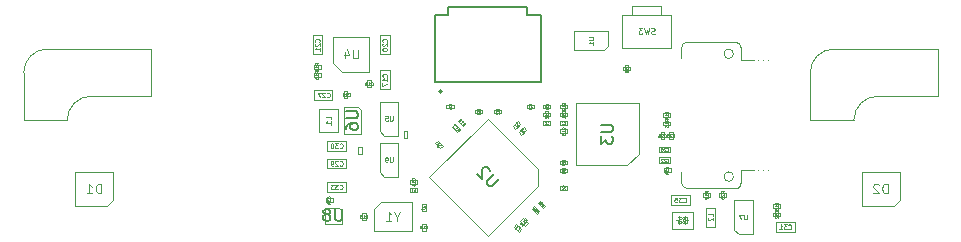
<source format=gbr>
%TF.GenerationSoftware,KiCad,Pcbnew,9.0.3*%
%TF.CreationDate,2025-07-18T01:49:26-04:00*%
%TF.ProjectId,board,626f6172-642e-46b6-9963-61645f706362,rev?*%
%TF.SameCoordinates,Original*%
%TF.FileFunction,AssemblyDrawing,Bot*%
%FSLAX46Y46*%
G04 Gerber Fmt 4.6, Leading zero omitted, Abs format (unit mm)*
G04 Created by KiCad (PCBNEW 9.0.3) date 2025-07-18 01:49:26*
%MOMM*%
%LPD*%
G01*
G04 APERTURE LIST*
%ADD10C,0.040000*%
%ADD11C,0.150000*%
%ADD12C,0.060000*%
%ADD13C,0.110000*%
%ADD14C,0.075000*%
%ADD15C,0.120000*%
%ADD16C,0.080000*%
%ADD17C,0.062500*%
%ADD18C,0.100000*%
%ADD19C,0.127000*%
%ADD20C,0.200000*%
G04 APERTURE END LIST*
D10*
X78130714Y-32419765D02*
X78142618Y-32431670D01*
X78142618Y-32431670D02*
X78178333Y-32443574D01*
X78178333Y-32443574D02*
X78202142Y-32443574D01*
X78202142Y-32443574D02*
X78237856Y-32431670D01*
X78237856Y-32431670D02*
X78261666Y-32407860D01*
X78261666Y-32407860D02*
X78273571Y-32384050D01*
X78273571Y-32384050D02*
X78285475Y-32336431D01*
X78285475Y-32336431D02*
X78285475Y-32300717D01*
X78285475Y-32300717D02*
X78273571Y-32253098D01*
X78273571Y-32253098D02*
X78261666Y-32229289D01*
X78261666Y-32229289D02*
X78237856Y-32205479D01*
X78237856Y-32205479D02*
X78202142Y-32193574D01*
X78202142Y-32193574D02*
X78178333Y-32193574D01*
X78178333Y-32193574D02*
X78142618Y-32205479D01*
X78142618Y-32205479D02*
X78130714Y-32217384D01*
X78035475Y-32217384D02*
X78023571Y-32205479D01*
X78023571Y-32205479D02*
X77999761Y-32193574D01*
X77999761Y-32193574D02*
X77940237Y-32193574D01*
X77940237Y-32193574D02*
X77916428Y-32205479D01*
X77916428Y-32205479D02*
X77904523Y-32217384D01*
X77904523Y-32217384D02*
X77892618Y-32241193D01*
X77892618Y-32241193D02*
X77892618Y-32265003D01*
X77892618Y-32265003D02*
X77904523Y-32300717D01*
X77904523Y-32300717D02*
X78047380Y-32443574D01*
X78047380Y-32443574D02*
X77892618Y-32443574D01*
X77797380Y-32217384D02*
X77785476Y-32205479D01*
X77785476Y-32205479D02*
X77761666Y-32193574D01*
X77761666Y-32193574D02*
X77702142Y-32193574D01*
X77702142Y-32193574D02*
X77678333Y-32205479D01*
X77678333Y-32205479D02*
X77666428Y-32217384D01*
X77666428Y-32217384D02*
X77654523Y-32241193D01*
X77654523Y-32241193D02*
X77654523Y-32265003D01*
X77654523Y-32265003D02*
X77666428Y-32300717D01*
X77666428Y-32300717D02*
X77809285Y-32443574D01*
X77809285Y-32443574D02*
X77654523Y-32443574D01*
X69489765Y-29689285D02*
X69501670Y-29677381D01*
X69501670Y-29677381D02*
X69513574Y-29641666D01*
X69513574Y-29641666D02*
X69513574Y-29617857D01*
X69513574Y-29617857D02*
X69501670Y-29582143D01*
X69501670Y-29582143D02*
X69477860Y-29558333D01*
X69477860Y-29558333D02*
X69454050Y-29546428D01*
X69454050Y-29546428D02*
X69406431Y-29534524D01*
X69406431Y-29534524D02*
X69370717Y-29534524D01*
X69370717Y-29534524D02*
X69323098Y-29546428D01*
X69323098Y-29546428D02*
X69299289Y-29558333D01*
X69299289Y-29558333D02*
X69275479Y-29582143D01*
X69275479Y-29582143D02*
X69263574Y-29617857D01*
X69263574Y-29617857D02*
X69263574Y-29641666D01*
X69263574Y-29641666D02*
X69275479Y-29677381D01*
X69275479Y-29677381D02*
X69287384Y-29689285D01*
X69513574Y-29927381D02*
X69513574Y-29784524D01*
X69513574Y-29855952D02*
X69263574Y-29855952D01*
X69263574Y-29855952D02*
X69299289Y-29832143D01*
X69299289Y-29832143D02*
X69323098Y-29808333D01*
X69323098Y-29808333D02*
X69335003Y-29784524D01*
X69263574Y-30010714D02*
X69263574Y-30165476D01*
X69263574Y-30165476D02*
X69358812Y-30082142D01*
X69358812Y-30082142D02*
X69358812Y-30117857D01*
X69358812Y-30117857D02*
X69370717Y-30141666D01*
X69370717Y-30141666D02*
X69382622Y-30153571D01*
X69382622Y-30153571D02*
X69406431Y-30165476D01*
X69406431Y-30165476D02*
X69465955Y-30165476D01*
X69465955Y-30165476D02*
X69489765Y-30153571D01*
X69489765Y-30153571D02*
X69501670Y-30141666D01*
X69501670Y-30141666D02*
X69513574Y-30117857D01*
X69513574Y-30117857D02*
X69513574Y-30046428D01*
X69513574Y-30046428D02*
X69501670Y-30022619D01*
X69501670Y-30022619D02*
X69489765Y-30010714D01*
X81618574Y-35089285D02*
X81499527Y-35005952D01*
X81618574Y-34946428D02*
X81368574Y-34946428D01*
X81368574Y-34946428D02*
X81368574Y-35041666D01*
X81368574Y-35041666D02*
X81380479Y-35065476D01*
X81380479Y-35065476D02*
X81392384Y-35077381D01*
X81392384Y-35077381D02*
X81416193Y-35089285D01*
X81416193Y-35089285D02*
X81451908Y-35089285D01*
X81451908Y-35089285D02*
X81475717Y-35077381D01*
X81475717Y-35077381D02*
X81487622Y-35065476D01*
X81487622Y-35065476D02*
X81499527Y-35041666D01*
X81499527Y-35041666D02*
X81499527Y-34946428D01*
X81618574Y-35327381D02*
X81618574Y-35184524D01*
X81618574Y-35255952D02*
X81368574Y-35255952D01*
X81368574Y-35255952D02*
X81404289Y-35232143D01*
X81404289Y-35232143D02*
X81428098Y-35208333D01*
X81428098Y-35208333D02*
X81440003Y-35184524D01*
X81618574Y-35446428D02*
X81618574Y-35494047D01*
X81618574Y-35494047D02*
X81606670Y-35517857D01*
X81606670Y-35517857D02*
X81594765Y-35529761D01*
X81594765Y-35529761D02*
X81559050Y-35553571D01*
X81559050Y-35553571D02*
X81511431Y-35565476D01*
X81511431Y-35565476D02*
X81416193Y-35565476D01*
X81416193Y-35565476D02*
X81392384Y-35553571D01*
X81392384Y-35553571D02*
X81380479Y-35541666D01*
X81380479Y-35541666D02*
X81368574Y-35517857D01*
X81368574Y-35517857D02*
X81368574Y-35470238D01*
X81368574Y-35470238D02*
X81380479Y-35446428D01*
X81380479Y-35446428D02*
X81392384Y-35434523D01*
X81392384Y-35434523D02*
X81416193Y-35422619D01*
X81416193Y-35422619D02*
X81475717Y-35422619D01*
X81475717Y-35422619D02*
X81499527Y-35434523D01*
X81499527Y-35434523D02*
X81511431Y-35446428D01*
X81511431Y-35446428D02*
X81523336Y-35470238D01*
X81523336Y-35470238D02*
X81523336Y-35517857D01*
X81523336Y-35517857D02*
X81511431Y-35541666D01*
X81511431Y-35541666D02*
X81499527Y-35553571D01*
X81499527Y-35553571D02*
X81475717Y-35565476D01*
X69489765Y-29108333D02*
X69501670Y-29096429D01*
X69501670Y-29096429D02*
X69513574Y-29060714D01*
X69513574Y-29060714D02*
X69513574Y-29036905D01*
X69513574Y-29036905D02*
X69501670Y-29001191D01*
X69501670Y-29001191D02*
X69477860Y-28977381D01*
X69477860Y-28977381D02*
X69454050Y-28965476D01*
X69454050Y-28965476D02*
X69406431Y-28953572D01*
X69406431Y-28953572D02*
X69370717Y-28953572D01*
X69370717Y-28953572D02*
X69323098Y-28965476D01*
X69323098Y-28965476D02*
X69299289Y-28977381D01*
X69299289Y-28977381D02*
X69275479Y-29001191D01*
X69275479Y-29001191D02*
X69263574Y-29036905D01*
X69263574Y-29036905D02*
X69263574Y-29060714D01*
X69263574Y-29060714D02*
X69275479Y-29096429D01*
X69275479Y-29096429D02*
X69287384Y-29108333D01*
X69513574Y-29346429D02*
X69513574Y-29203572D01*
X69513574Y-29275000D02*
X69263574Y-29275000D01*
X69263574Y-29275000D02*
X69299289Y-29251191D01*
X69299289Y-29251191D02*
X69323098Y-29227381D01*
X69323098Y-29227381D02*
X69335003Y-29203572D01*
X66993104Y-36653723D02*
X67136209Y-36628470D01*
X67094120Y-36754739D02*
X67270896Y-36577962D01*
X67270896Y-36577962D02*
X67203553Y-36510618D01*
X67203553Y-36510618D02*
X67178299Y-36502200D01*
X67178299Y-36502200D02*
X67161463Y-36502200D01*
X67161463Y-36502200D02*
X67136209Y-36510618D01*
X67136209Y-36510618D02*
X67110955Y-36535872D01*
X67110955Y-36535872D02*
X67102538Y-36561126D01*
X67102538Y-36561126D02*
X67102538Y-36577962D01*
X67102538Y-36577962D02*
X67110955Y-36603216D01*
X67110955Y-36603216D02*
X67178299Y-36670559D01*
X67009940Y-36317006D02*
X67094120Y-36401185D01*
X67094120Y-36401185D02*
X67018358Y-36493783D01*
X67018358Y-36493783D02*
X67018358Y-36476947D01*
X67018358Y-36476947D02*
X67009940Y-36451693D01*
X67009940Y-36451693D02*
X66967851Y-36409603D01*
X66967851Y-36409603D02*
X66942597Y-36401185D01*
X66942597Y-36401185D02*
X66925761Y-36401185D01*
X66925761Y-36401185D02*
X66900507Y-36409603D01*
X66900507Y-36409603D02*
X66858417Y-36451693D01*
X66858417Y-36451693D02*
X66849999Y-36476947D01*
X66849999Y-36476947D02*
X66849999Y-36493783D01*
X66849999Y-36493783D02*
X66858417Y-36519036D01*
X66858417Y-36519036D02*
X66900507Y-36561126D01*
X66900507Y-36561126D02*
X66925761Y-36569544D01*
X66925761Y-36569544D02*
X66942597Y-36569544D01*
X69513574Y-33158334D02*
X69394527Y-33075001D01*
X69513574Y-33015477D02*
X69263574Y-33015477D01*
X69263574Y-33015477D02*
X69263574Y-33110715D01*
X69263574Y-33110715D02*
X69275479Y-33134525D01*
X69275479Y-33134525D02*
X69287384Y-33146430D01*
X69287384Y-33146430D02*
X69311193Y-33158334D01*
X69311193Y-33158334D02*
X69346908Y-33158334D01*
X69346908Y-33158334D02*
X69370717Y-33146430D01*
X69370717Y-33146430D02*
X69382622Y-33134525D01*
X69382622Y-33134525D02*
X69394527Y-33110715D01*
X69394527Y-33110715D02*
X69394527Y-33015477D01*
X69370717Y-33301192D02*
X69358812Y-33277382D01*
X69358812Y-33277382D02*
X69346908Y-33265477D01*
X69346908Y-33265477D02*
X69323098Y-33253573D01*
X69323098Y-33253573D02*
X69311193Y-33253573D01*
X69311193Y-33253573D02*
X69287384Y-33265477D01*
X69287384Y-33265477D02*
X69275479Y-33277382D01*
X69275479Y-33277382D02*
X69263574Y-33301192D01*
X69263574Y-33301192D02*
X69263574Y-33348811D01*
X69263574Y-33348811D02*
X69275479Y-33372620D01*
X69275479Y-33372620D02*
X69287384Y-33384525D01*
X69287384Y-33384525D02*
X69311193Y-33396430D01*
X69311193Y-33396430D02*
X69323098Y-33396430D01*
X69323098Y-33396430D02*
X69346908Y-33384525D01*
X69346908Y-33384525D02*
X69358812Y-33372620D01*
X69358812Y-33372620D02*
X69370717Y-33348811D01*
X69370717Y-33348811D02*
X69370717Y-33301192D01*
X69370717Y-33301192D02*
X69382622Y-33277382D01*
X69382622Y-33277382D02*
X69394527Y-33265477D01*
X69394527Y-33265477D02*
X69418336Y-33253573D01*
X69418336Y-33253573D02*
X69465955Y-33253573D01*
X69465955Y-33253573D02*
X69489765Y-33265477D01*
X69489765Y-33265477D02*
X69501670Y-33277382D01*
X69501670Y-33277382D02*
X69513574Y-33301192D01*
X69513574Y-33301192D02*
X69513574Y-33348811D01*
X69513574Y-33348811D02*
X69501670Y-33372620D01*
X69501670Y-33372620D02*
X69489765Y-33384525D01*
X69489765Y-33384525D02*
X69465955Y-33396430D01*
X69465955Y-33396430D02*
X69418336Y-33396430D01*
X69418336Y-33396430D02*
X69394527Y-33384525D01*
X69394527Y-33384525D02*
X69382622Y-33372620D01*
X69382622Y-33372620D02*
X69370717Y-33348811D01*
X60333332Y-29793951D02*
X60476437Y-29768697D01*
X60434347Y-29894966D02*
X60611124Y-29718190D01*
X60611124Y-29718190D02*
X60543780Y-29650846D01*
X60543780Y-29650846D02*
X60518527Y-29642428D01*
X60518527Y-29642428D02*
X60501691Y-29642428D01*
X60501691Y-29642428D02*
X60476437Y-29650846D01*
X60476437Y-29650846D02*
X60451183Y-29676100D01*
X60451183Y-29676100D02*
X60442765Y-29701354D01*
X60442765Y-29701354D02*
X60442765Y-29718190D01*
X60442765Y-29718190D02*
X60451183Y-29743443D01*
X60451183Y-29743443D02*
X60518527Y-29810787D01*
X60164973Y-29625592D02*
X60265989Y-29726607D01*
X60215481Y-29676100D02*
X60392258Y-29499323D01*
X60392258Y-29499323D02*
X60383840Y-29541413D01*
X60383840Y-29541413D02*
X60383840Y-29575085D01*
X60383840Y-29575085D02*
X60392258Y-29600338D01*
X60282825Y-29389890D02*
X60164973Y-29272039D01*
X60164973Y-29272039D02*
X60063958Y-29524577D01*
X56789765Y-33989285D02*
X56801670Y-33977381D01*
X56801670Y-33977381D02*
X56813574Y-33941666D01*
X56813574Y-33941666D02*
X56813574Y-33917857D01*
X56813574Y-33917857D02*
X56801670Y-33882143D01*
X56801670Y-33882143D02*
X56777860Y-33858333D01*
X56777860Y-33858333D02*
X56754050Y-33846428D01*
X56754050Y-33846428D02*
X56706431Y-33834524D01*
X56706431Y-33834524D02*
X56670717Y-33834524D01*
X56670717Y-33834524D02*
X56623098Y-33846428D01*
X56623098Y-33846428D02*
X56599289Y-33858333D01*
X56599289Y-33858333D02*
X56575479Y-33882143D01*
X56575479Y-33882143D02*
X56563574Y-33917857D01*
X56563574Y-33917857D02*
X56563574Y-33941666D01*
X56563574Y-33941666D02*
X56575479Y-33977381D01*
X56575479Y-33977381D02*
X56587384Y-33989285D01*
X56813574Y-34227381D02*
X56813574Y-34084524D01*
X56813574Y-34155952D02*
X56563574Y-34155952D01*
X56563574Y-34155952D02*
X56599289Y-34132143D01*
X56599289Y-34132143D02*
X56623098Y-34108333D01*
X56623098Y-34108333D02*
X56635003Y-34084524D01*
X56646908Y-34441666D02*
X56813574Y-34441666D01*
X56551670Y-34382142D02*
X56730241Y-34322619D01*
X56730241Y-34322619D02*
X56730241Y-34477380D01*
X60828306Y-29298977D02*
X60971411Y-29273723D01*
X60929321Y-29399992D02*
X61106098Y-29223216D01*
X61106098Y-29223216D02*
X61038754Y-29155872D01*
X61038754Y-29155872D02*
X61013501Y-29147454D01*
X61013501Y-29147454D02*
X60996665Y-29147454D01*
X60996665Y-29147454D02*
X60971411Y-29155872D01*
X60971411Y-29155872D02*
X60946157Y-29181126D01*
X60946157Y-29181126D02*
X60937739Y-29206380D01*
X60937739Y-29206380D02*
X60937739Y-29223216D01*
X60937739Y-29223216D02*
X60946157Y-29248469D01*
X60946157Y-29248469D02*
X61013501Y-29315813D01*
X60659947Y-29130618D02*
X60760963Y-29231633D01*
X60710455Y-29181126D02*
X60887232Y-29004349D01*
X60887232Y-29004349D02*
X60878814Y-29046439D01*
X60878814Y-29046439D02*
X60878814Y-29080111D01*
X60878814Y-29080111D02*
X60887232Y-29105364D01*
X60659947Y-28928588D02*
X60685201Y-28937006D01*
X60685201Y-28937006D02*
X60702037Y-28937006D01*
X60702037Y-28937006D02*
X60727291Y-28928588D01*
X60727291Y-28928588D02*
X60735709Y-28920170D01*
X60735709Y-28920170D02*
X60744127Y-28894916D01*
X60744127Y-28894916D02*
X60744127Y-28878080D01*
X60744127Y-28878080D02*
X60735709Y-28852826D01*
X60735709Y-28852826D02*
X60702037Y-28819155D01*
X60702037Y-28819155D02*
X60676783Y-28810737D01*
X60676783Y-28810737D02*
X60659947Y-28810737D01*
X60659947Y-28810737D02*
X60634694Y-28819155D01*
X60634694Y-28819155D02*
X60626276Y-28827573D01*
X60626276Y-28827573D02*
X60617858Y-28852826D01*
X60617858Y-28852826D02*
X60617858Y-28869662D01*
X60617858Y-28869662D02*
X60626276Y-28894916D01*
X60626276Y-28894916D02*
X60659947Y-28928588D01*
X60659947Y-28928588D02*
X60668365Y-28953842D01*
X60668365Y-28953842D02*
X60668365Y-28970678D01*
X60668365Y-28970678D02*
X60659947Y-28995931D01*
X60659947Y-28995931D02*
X60626276Y-29029603D01*
X60626276Y-29029603D02*
X60601022Y-29038021D01*
X60601022Y-29038021D02*
X60584186Y-29038021D01*
X60584186Y-29038021D02*
X60558932Y-29029603D01*
X60558932Y-29029603D02*
X60525260Y-28995931D01*
X60525260Y-28995931D02*
X60516842Y-28970678D01*
X60516842Y-28970678D02*
X60516842Y-28953842D01*
X60516842Y-28953842D02*
X60525260Y-28928588D01*
X60525260Y-28928588D02*
X60558932Y-28894916D01*
X60558932Y-28894916D02*
X60584186Y-28886498D01*
X60584186Y-28886498D02*
X60601022Y-28886498D01*
X60601022Y-28886498D02*
X60626276Y-28894916D01*
X68089765Y-27708333D02*
X68101670Y-27696429D01*
X68101670Y-27696429D02*
X68113574Y-27660714D01*
X68113574Y-27660714D02*
X68113574Y-27636905D01*
X68113574Y-27636905D02*
X68101670Y-27601191D01*
X68101670Y-27601191D02*
X68077860Y-27577381D01*
X68077860Y-27577381D02*
X68054050Y-27565476D01*
X68054050Y-27565476D02*
X68006431Y-27553572D01*
X68006431Y-27553572D02*
X67970717Y-27553572D01*
X67970717Y-27553572D02*
X67923098Y-27565476D01*
X67923098Y-27565476D02*
X67899289Y-27577381D01*
X67899289Y-27577381D02*
X67875479Y-27601191D01*
X67875479Y-27601191D02*
X67863574Y-27636905D01*
X67863574Y-27636905D02*
X67863574Y-27660714D01*
X67863574Y-27660714D02*
X67875479Y-27696429D01*
X67875479Y-27696429D02*
X67887384Y-27708333D01*
X67970717Y-27851191D02*
X67958812Y-27827381D01*
X67958812Y-27827381D02*
X67946908Y-27815476D01*
X67946908Y-27815476D02*
X67923098Y-27803572D01*
X67923098Y-27803572D02*
X67911193Y-27803572D01*
X67911193Y-27803572D02*
X67887384Y-27815476D01*
X67887384Y-27815476D02*
X67875479Y-27827381D01*
X67875479Y-27827381D02*
X67863574Y-27851191D01*
X67863574Y-27851191D02*
X67863574Y-27898810D01*
X67863574Y-27898810D02*
X67875479Y-27922619D01*
X67875479Y-27922619D02*
X67887384Y-27934524D01*
X67887384Y-27934524D02*
X67911193Y-27946429D01*
X67911193Y-27946429D02*
X67923098Y-27946429D01*
X67923098Y-27946429D02*
X67946908Y-27934524D01*
X67946908Y-27934524D02*
X67958812Y-27922619D01*
X67958812Y-27922619D02*
X67970717Y-27898810D01*
X67970717Y-27898810D02*
X67970717Y-27851191D01*
X67970717Y-27851191D02*
X67982622Y-27827381D01*
X67982622Y-27827381D02*
X67994527Y-27815476D01*
X67994527Y-27815476D02*
X68018336Y-27803572D01*
X68018336Y-27803572D02*
X68065955Y-27803572D01*
X68065955Y-27803572D02*
X68089765Y-27815476D01*
X68089765Y-27815476D02*
X68101670Y-27827381D01*
X68101670Y-27827381D02*
X68113574Y-27851191D01*
X68113574Y-27851191D02*
X68113574Y-27898810D01*
X68113574Y-27898810D02*
X68101670Y-27922619D01*
X68101670Y-27922619D02*
X68089765Y-27934524D01*
X68089765Y-27934524D02*
X68065955Y-27946429D01*
X68065955Y-27946429D02*
X68018336Y-27946429D01*
X68018336Y-27946429D02*
X67994527Y-27934524D01*
X67994527Y-27934524D02*
X67982622Y-27922619D01*
X67982622Y-27922619D02*
X67970717Y-27898810D01*
X66243951Y-37516667D02*
X66218697Y-37373562D01*
X66344966Y-37415652D02*
X66168190Y-37238875D01*
X66168190Y-37238875D02*
X66100846Y-37306219D01*
X66100846Y-37306219D02*
X66092428Y-37331472D01*
X66092428Y-37331472D02*
X66092428Y-37348308D01*
X66092428Y-37348308D02*
X66100846Y-37373562D01*
X66100846Y-37373562D02*
X66126100Y-37398816D01*
X66126100Y-37398816D02*
X66151354Y-37407234D01*
X66151354Y-37407234D02*
X66168190Y-37407234D01*
X66168190Y-37407234D02*
X66193443Y-37398816D01*
X66193443Y-37398816D02*
X66260787Y-37331472D01*
X66075592Y-37685026D02*
X66176607Y-37584010D01*
X66126100Y-37634518D02*
X65949323Y-37457741D01*
X65949323Y-37457741D02*
X65991413Y-37466159D01*
X65991413Y-37466159D02*
X66025085Y-37466159D01*
X66025085Y-37466159D02*
X66050338Y-37457741D01*
X65848308Y-37592428D02*
X65831472Y-37592428D01*
X65831472Y-37592428D02*
X65806218Y-37600846D01*
X65806218Y-37600846D02*
X65764129Y-37642936D01*
X65764129Y-37642936D02*
X65755711Y-37668190D01*
X65755711Y-37668190D02*
X65755711Y-37685026D01*
X65755711Y-37685026D02*
X65764129Y-37710279D01*
X65764129Y-37710279D02*
X65780965Y-37727115D01*
X65780965Y-37727115D02*
X65814636Y-37743951D01*
X65814636Y-37743951D02*
X66016667Y-37743951D01*
X66016667Y-37743951D02*
X65907234Y-37853384D01*
X68089765Y-29108333D02*
X68101670Y-29096429D01*
X68101670Y-29096429D02*
X68113574Y-29060714D01*
X68113574Y-29060714D02*
X68113574Y-29036905D01*
X68113574Y-29036905D02*
X68101670Y-29001191D01*
X68101670Y-29001191D02*
X68077860Y-28977381D01*
X68077860Y-28977381D02*
X68054050Y-28965476D01*
X68054050Y-28965476D02*
X68006431Y-28953572D01*
X68006431Y-28953572D02*
X67970717Y-28953572D01*
X67970717Y-28953572D02*
X67923098Y-28965476D01*
X67923098Y-28965476D02*
X67899289Y-28977381D01*
X67899289Y-28977381D02*
X67875479Y-29001191D01*
X67875479Y-29001191D02*
X67863574Y-29036905D01*
X67863574Y-29036905D02*
X67863574Y-29060714D01*
X67863574Y-29060714D02*
X67875479Y-29096429D01*
X67875479Y-29096429D02*
X67887384Y-29108333D01*
X68113574Y-29227381D02*
X68113574Y-29275000D01*
X68113574Y-29275000D02*
X68101670Y-29298810D01*
X68101670Y-29298810D02*
X68089765Y-29310714D01*
X68089765Y-29310714D02*
X68054050Y-29334524D01*
X68054050Y-29334524D02*
X68006431Y-29346429D01*
X68006431Y-29346429D02*
X67911193Y-29346429D01*
X67911193Y-29346429D02*
X67887384Y-29334524D01*
X67887384Y-29334524D02*
X67875479Y-29322619D01*
X67875479Y-29322619D02*
X67863574Y-29298810D01*
X67863574Y-29298810D02*
X67863574Y-29251191D01*
X67863574Y-29251191D02*
X67875479Y-29227381D01*
X67875479Y-29227381D02*
X67887384Y-29215476D01*
X67887384Y-29215476D02*
X67911193Y-29203572D01*
X67911193Y-29203572D02*
X67970717Y-29203572D01*
X67970717Y-29203572D02*
X67994527Y-29215476D01*
X67994527Y-29215476D02*
X68006431Y-29227381D01*
X68006431Y-29227381D02*
X68018336Y-29251191D01*
X68018336Y-29251191D02*
X68018336Y-29298810D01*
X68018336Y-29298810D02*
X68006431Y-29322619D01*
X68006431Y-29322619D02*
X67994527Y-29334524D01*
X67994527Y-29334524D02*
X67970717Y-29346429D01*
X49639765Y-35539285D02*
X49651670Y-35527381D01*
X49651670Y-35527381D02*
X49663574Y-35491666D01*
X49663574Y-35491666D02*
X49663574Y-35467857D01*
X49663574Y-35467857D02*
X49651670Y-35432143D01*
X49651670Y-35432143D02*
X49627860Y-35408333D01*
X49627860Y-35408333D02*
X49604050Y-35396428D01*
X49604050Y-35396428D02*
X49556431Y-35384524D01*
X49556431Y-35384524D02*
X49520717Y-35384524D01*
X49520717Y-35384524D02*
X49473098Y-35396428D01*
X49473098Y-35396428D02*
X49449289Y-35408333D01*
X49449289Y-35408333D02*
X49425479Y-35432143D01*
X49425479Y-35432143D02*
X49413574Y-35467857D01*
X49413574Y-35467857D02*
X49413574Y-35491666D01*
X49413574Y-35491666D02*
X49425479Y-35527381D01*
X49425479Y-35527381D02*
X49437384Y-35539285D01*
X49413574Y-35622619D02*
X49413574Y-35777381D01*
X49413574Y-35777381D02*
X49508812Y-35694047D01*
X49508812Y-35694047D02*
X49508812Y-35729762D01*
X49508812Y-35729762D02*
X49520717Y-35753571D01*
X49520717Y-35753571D02*
X49532622Y-35765476D01*
X49532622Y-35765476D02*
X49556431Y-35777381D01*
X49556431Y-35777381D02*
X49615955Y-35777381D01*
X49615955Y-35777381D02*
X49639765Y-35765476D01*
X49639765Y-35765476D02*
X49651670Y-35753571D01*
X49651670Y-35753571D02*
X49663574Y-35729762D01*
X49663574Y-35729762D02*
X49663574Y-35658333D01*
X49663574Y-35658333D02*
X49651670Y-35634524D01*
X49651670Y-35634524D02*
X49639765Y-35622619D01*
X49496908Y-35991666D02*
X49663574Y-35991666D01*
X49401670Y-35932142D02*
X49580241Y-35872619D01*
X49580241Y-35872619D02*
X49580241Y-36027380D01*
X77925714Y-30344765D02*
X77937618Y-30356670D01*
X77937618Y-30356670D02*
X77973333Y-30368574D01*
X77973333Y-30368574D02*
X77997142Y-30368574D01*
X77997142Y-30368574D02*
X78032856Y-30356670D01*
X78032856Y-30356670D02*
X78056666Y-30332860D01*
X78056666Y-30332860D02*
X78068571Y-30309050D01*
X78068571Y-30309050D02*
X78080475Y-30261431D01*
X78080475Y-30261431D02*
X78080475Y-30225717D01*
X78080475Y-30225717D02*
X78068571Y-30178098D01*
X78068571Y-30178098D02*
X78056666Y-30154289D01*
X78056666Y-30154289D02*
X78032856Y-30130479D01*
X78032856Y-30130479D02*
X77997142Y-30118574D01*
X77997142Y-30118574D02*
X77973333Y-30118574D01*
X77973333Y-30118574D02*
X77937618Y-30130479D01*
X77937618Y-30130479D02*
X77925714Y-30142384D01*
X77830475Y-30142384D02*
X77818571Y-30130479D01*
X77818571Y-30130479D02*
X77794761Y-30118574D01*
X77794761Y-30118574D02*
X77735237Y-30118574D01*
X77735237Y-30118574D02*
X77711428Y-30130479D01*
X77711428Y-30130479D02*
X77699523Y-30142384D01*
X77699523Y-30142384D02*
X77687618Y-30166193D01*
X77687618Y-30166193D02*
X77687618Y-30190003D01*
X77687618Y-30190003D02*
X77699523Y-30225717D01*
X77699523Y-30225717D02*
X77842380Y-30368574D01*
X77842380Y-30368574D02*
X77687618Y-30368574D01*
X77461428Y-30118574D02*
X77580476Y-30118574D01*
X77580476Y-30118574D02*
X77592380Y-30237622D01*
X77592380Y-30237622D02*
X77580476Y-30225717D01*
X77580476Y-30225717D02*
X77556666Y-30213812D01*
X77556666Y-30213812D02*
X77497142Y-30213812D01*
X77497142Y-30213812D02*
X77473333Y-30225717D01*
X77473333Y-30225717D02*
X77461428Y-30237622D01*
X77461428Y-30237622D02*
X77449523Y-30261431D01*
X77449523Y-30261431D02*
X77449523Y-30320955D01*
X77449523Y-30320955D02*
X77461428Y-30344765D01*
X77461428Y-30344765D02*
X77473333Y-30356670D01*
X77473333Y-30356670D02*
X77497142Y-30368574D01*
X77497142Y-30368574D02*
X77556666Y-30368574D01*
X77556666Y-30368574D02*
X77580476Y-30356670D01*
X77580476Y-30356670D02*
X77592380Y-30344765D01*
X69489765Y-27589285D02*
X69501670Y-27577381D01*
X69501670Y-27577381D02*
X69513574Y-27541666D01*
X69513574Y-27541666D02*
X69513574Y-27517857D01*
X69513574Y-27517857D02*
X69501670Y-27482143D01*
X69501670Y-27482143D02*
X69477860Y-27458333D01*
X69477860Y-27458333D02*
X69454050Y-27446428D01*
X69454050Y-27446428D02*
X69406431Y-27434524D01*
X69406431Y-27434524D02*
X69370717Y-27434524D01*
X69370717Y-27434524D02*
X69323098Y-27446428D01*
X69323098Y-27446428D02*
X69299289Y-27458333D01*
X69299289Y-27458333D02*
X69275479Y-27482143D01*
X69275479Y-27482143D02*
X69263574Y-27517857D01*
X69263574Y-27517857D02*
X69263574Y-27541666D01*
X69263574Y-27541666D02*
X69275479Y-27577381D01*
X69275479Y-27577381D02*
X69287384Y-27589285D01*
X69513574Y-27827381D02*
X69513574Y-27684524D01*
X69513574Y-27755952D02*
X69263574Y-27755952D01*
X69263574Y-27755952D02*
X69299289Y-27732143D01*
X69299289Y-27732143D02*
X69323098Y-27708333D01*
X69323098Y-27708333D02*
X69335003Y-27684524D01*
X69263574Y-27982142D02*
X69263574Y-28005952D01*
X69263574Y-28005952D02*
X69275479Y-28029761D01*
X69275479Y-28029761D02*
X69287384Y-28041666D01*
X69287384Y-28041666D02*
X69311193Y-28053571D01*
X69311193Y-28053571D02*
X69358812Y-28065476D01*
X69358812Y-28065476D02*
X69418336Y-28065476D01*
X69418336Y-28065476D02*
X69465955Y-28053571D01*
X69465955Y-28053571D02*
X69489765Y-28041666D01*
X69489765Y-28041666D02*
X69501670Y-28029761D01*
X69501670Y-28029761D02*
X69513574Y-28005952D01*
X69513574Y-28005952D02*
X69513574Y-27982142D01*
X69513574Y-27982142D02*
X69501670Y-27958333D01*
X69501670Y-27958333D02*
X69489765Y-27946428D01*
X69489765Y-27946428D02*
X69465955Y-27934523D01*
X69465955Y-27934523D02*
X69418336Y-27922619D01*
X69418336Y-27922619D02*
X69358812Y-27922619D01*
X69358812Y-27922619D02*
X69311193Y-27934523D01*
X69311193Y-27934523D02*
X69287384Y-27946428D01*
X69287384Y-27946428D02*
X69275479Y-27958333D01*
X69275479Y-27958333D02*
X69263574Y-27982142D01*
X87563574Y-36039285D02*
X87444527Y-35955952D01*
X87563574Y-35896428D02*
X87313574Y-35896428D01*
X87313574Y-35896428D02*
X87313574Y-35991666D01*
X87313574Y-35991666D02*
X87325479Y-36015476D01*
X87325479Y-36015476D02*
X87337384Y-36027381D01*
X87337384Y-36027381D02*
X87361193Y-36039285D01*
X87361193Y-36039285D02*
X87396908Y-36039285D01*
X87396908Y-36039285D02*
X87420717Y-36027381D01*
X87420717Y-36027381D02*
X87432622Y-36015476D01*
X87432622Y-36015476D02*
X87444527Y-35991666D01*
X87444527Y-35991666D02*
X87444527Y-35896428D01*
X87563574Y-36277381D02*
X87563574Y-36134524D01*
X87563574Y-36205952D02*
X87313574Y-36205952D01*
X87313574Y-36205952D02*
X87349289Y-36182143D01*
X87349289Y-36182143D02*
X87373098Y-36158333D01*
X87373098Y-36158333D02*
X87385003Y-36134524D01*
X87313574Y-36491666D02*
X87313574Y-36444047D01*
X87313574Y-36444047D02*
X87325479Y-36420238D01*
X87325479Y-36420238D02*
X87337384Y-36408333D01*
X87337384Y-36408333D02*
X87373098Y-36384523D01*
X87373098Y-36384523D02*
X87420717Y-36372619D01*
X87420717Y-36372619D02*
X87515955Y-36372619D01*
X87515955Y-36372619D02*
X87539765Y-36384523D01*
X87539765Y-36384523D02*
X87551670Y-36396428D01*
X87551670Y-36396428D02*
X87563574Y-36420238D01*
X87563574Y-36420238D02*
X87563574Y-36467857D01*
X87563574Y-36467857D02*
X87551670Y-36491666D01*
X87551670Y-36491666D02*
X87539765Y-36503571D01*
X87539765Y-36503571D02*
X87515955Y-36515476D01*
X87515955Y-36515476D02*
X87456431Y-36515476D01*
X87456431Y-36515476D02*
X87432622Y-36503571D01*
X87432622Y-36503571D02*
X87420717Y-36491666D01*
X87420717Y-36491666D02*
X87408812Y-36467857D01*
X87408812Y-36467857D02*
X87408812Y-36420238D01*
X87408812Y-36420238D02*
X87420717Y-36396428D01*
X87420717Y-36396428D02*
X87432622Y-36384523D01*
X87432622Y-36384523D02*
X87456431Y-36372619D01*
D11*
X63924249Y-33903246D02*
X63351829Y-34475666D01*
X63351829Y-34475666D02*
X63250814Y-34509338D01*
X63250814Y-34509338D02*
X63183470Y-34509338D01*
X63183470Y-34509338D02*
X63082455Y-34475666D01*
X63082455Y-34475666D02*
X62947768Y-34340979D01*
X62947768Y-34340979D02*
X62914096Y-34239964D01*
X62914096Y-34239964D02*
X62914096Y-34172620D01*
X62914096Y-34172620D02*
X62947768Y-34071605D01*
X62947768Y-34071605D02*
X63520188Y-33499185D01*
X63149798Y-33263483D02*
X63149798Y-33196140D01*
X63149798Y-33196140D02*
X63116127Y-33095124D01*
X63116127Y-33095124D02*
X62947768Y-32926766D01*
X62947768Y-32926766D02*
X62846753Y-32893094D01*
X62846753Y-32893094D02*
X62779409Y-32893094D01*
X62779409Y-32893094D02*
X62678394Y-32926766D01*
X62678394Y-32926766D02*
X62611050Y-32994109D01*
X62611050Y-32994109D02*
X62543707Y-33128796D01*
X62543707Y-33128796D02*
X62543707Y-33936918D01*
X62543707Y-33936918D02*
X62105974Y-33499185D01*
D10*
X58942935Y-31034011D02*
X58959771Y-31034011D01*
X58959771Y-31034011D02*
X58993443Y-31017175D01*
X58993443Y-31017175D02*
X59010279Y-31000339D01*
X59010279Y-31000339D02*
X59027115Y-30966667D01*
X59027115Y-30966667D02*
X59027115Y-30932996D01*
X59027115Y-30932996D02*
X59018697Y-30907742D01*
X59018697Y-30907742D02*
X58993443Y-30865652D01*
X58993443Y-30865652D02*
X58968189Y-30840398D01*
X58968189Y-30840398D02*
X58926100Y-30815144D01*
X58926100Y-30815144D02*
X58900846Y-30806726D01*
X58900846Y-30806726D02*
X58867174Y-30806726D01*
X58867174Y-30806726D02*
X58833502Y-30823562D01*
X58833502Y-30823562D02*
X58816666Y-30840398D01*
X58816666Y-30840398D02*
X58799831Y-30874070D01*
X58799831Y-30874070D02*
X58799831Y-30890906D01*
X58690397Y-31084518D02*
X58808248Y-31202370D01*
X58665144Y-30975085D02*
X58833502Y-31059265D01*
X58833502Y-31059265D02*
X58724069Y-31168698D01*
D12*
X54443829Y-25242857D02*
X54462877Y-25223809D01*
X54462877Y-25223809D02*
X54481924Y-25166667D01*
X54481924Y-25166667D02*
X54481924Y-25128571D01*
X54481924Y-25128571D02*
X54462877Y-25071428D01*
X54462877Y-25071428D02*
X54424781Y-25033333D01*
X54424781Y-25033333D02*
X54386686Y-25014286D01*
X54386686Y-25014286D02*
X54310496Y-24995238D01*
X54310496Y-24995238D02*
X54253353Y-24995238D01*
X54253353Y-24995238D02*
X54177162Y-25014286D01*
X54177162Y-25014286D02*
X54139067Y-25033333D01*
X54139067Y-25033333D02*
X54100972Y-25071428D01*
X54100972Y-25071428D02*
X54081924Y-25128571D01*
X54081924Y-25128571D02*
X54081924Y-25166667D01*
X54081924Y-25166667D02*
X54100972Y-25223809D01*
X54100972Y-25223809D02*
X54120019Y-25242857D01*
X54481924Y-25623809D02*
X54481924Y-25395238D01*
X54481924Y-25509524D02*
X54081924Y-25509524D01*
X54081924Y-25509524D02*
X54139067Y-25471428D01*
X54139067Y-25471428D02*
X54177162Y-25433333D01*
X54177162Y-25433333D02*
X54196210Y-25395238D01*
X54081924Y-25757142D02*
X54081924Y-26023809D01*
X54081924Y-26023809D02*
X54481924Y-25852380D01*
D10*
X69489765Y-34608333D02*
X69501670Y-34596429D01*
X69501670Y-34596429D02*
X69513574Y-34560714D01*
X69513574Y-34560714D02*
X69513574Y-34536905D01*
X69513574Y-34536905D02*
X69501670Y-34501191D01*
X69501670Y-34501191D02*
X69477860Y-34477381D01*
X69477860Y-34477381D02*
X69454050Y-34465476D01*
X69454050Y-34465476D02*
X69406431Y-34453572D01*
X69406431Y-34453572D02*
X69370717Y-34453572D01*
X69370717Y-34453572D02*
X69323098Y-34465476D01*
X69323098Y-34465476D02*
X69299289Y-34477381D01*
X69299289Y-34477381D02*
X69275479Y-34501191D01*
X69275479Y-34501191D02*
X69263574Y-34536905D01*
X69263574Y-34536905D02*
X69263574Y-34560714D01*
X69263574Y-34560714D02*
X69275479Y-34596429D01*
X69275479Y-34596429D02*
X69287384Y-34608333D01*
X69263574Y-34834524D02*
X69263574Y-34715476D01*
X69263574Y-34715476D02*
X69382622Y-34703572D01*
X69382622Y-34703572D02*
X69370717Y-34715476D01*
X69370717Y-34715476D02*
X69358812Y-34739286D01*
X69358812Y-34739286D02*
X69358812Y-34798810D01*
X69358812Y-34798810D02*
X69370717Y-34822619D01*
X69370717Y-34822619D02*
X69382622Y-34834524D01*
X69382622Y-34834524D02*
X69406431Y-34846429D01*
X69406431Y-34846429D02*
X69465955Y-34846429D01*
X69465955Y-34846429D02*
X69489765Y-34834524D01*
X69489765Y-34834524D02*
X69501670Y-34822619D01*
X69501670Y-34822619D02*
X69513574Y-34798810D01*
X69513574Y-34798810D02*
X69513574Y-34739286D01*
X69513574Y-34739286D02*
X69501670Y-34715476D01*
X69501670Y-34715476D02*
X69489765Y-34703572D01*
D12*
X82031927Y-37070833D02*
X82031927Y-36880357D01*
X82031927Y-36880357D02*
X81631927Y-36880357D01*
X81670022Y-37185119D02*
X81650975Y-37204167D01*
X81650975Y-37204167D02*
X81631927Y-37242262D01*
X81631927Y-37242262D02*
X81631927Y-37337500D01*
X81631927Y-37337500D02*
X81650975Y-37375595D01*
X81650975Y-37375595D02*
X81670022Y-37394643D01*
X81670022Y-37394643D02*
X81708118Y-37413690D01*
X81708118Y-37413690D02*
X81746213Y-37413690D01*
X81746213Y-37413690D02*
X81803356Y-37394643D01*
X81803356Y-37394643D02*
X82031927Y-37166071D01*
X82031927Y-37166071D02*
X82031927Y-37413690D01*
D10*
X57621666Y-36448574D02*
X57704999Y-36329527D01*
X57764523Y-36448574D02*
X57764523Y-36198574D01*
X57764523Y-36198574D02*
X57669285Y-36198574D01*
X57669285Y-36198574D02*
X57645475Y-36210479D01*
X57645475Y-36210479D02*
X57633570Y-36222384D01*
X57633570Y-36222384D02*
X57621666Y-36246193D01*
X57621666Y-36246193D02*
X57621666Y-36281908D01*
X57621666Y-36281908D02*
X57633570Y-36305717D01*
X57633570Y-36305717D02*
X57645475Y-36317622D01*
X57645475Y-36317622D02*
X57669285Y-36329527D01*
X57669285Y-36329527D02*
X57764523Y-36329527D01*
X57383570Y-36448574D02*
X57526427Y-36448574D01*
X57454999Y-36448574D02*
X57454999Y-36198574D01*
X57454999Y-36198574D02*
X57478808Y-36234289D01*
X57478808Y-36234289D02*
X57502618Y-36258098D01*
X57502618Y-36258098D02*
X57526427Y-36270003D01*
D12*
X50457142Y-34743832D02*
X50476190Y-34762880D01*
X50476190Y-34762880D02*
X50533332Y-34781927D01*
X50533332Y-34781927D02*
X50571428Y-34781927D01*
X50571428Y-34781927D02*
X50628571Y-34762880D01*
X50628571Y-34762880D02*
X50666666Y-34724784D01*
X50666666Y-34724784D02*
X50685713Y-34686689D01*
X50685713Y-34686689D02*
X50704761Y-34610499D01*
X50704761Y-34610499D02*
X50704761Y-34553356D01*
X50704761Y-34553356D02*
X50685713Y-34477165D01*
X50685713Y-34477165D02*
X50666666Y-34439070D01*
X50666666Y-34439070D02*
X50628571Y-34400975D01*
X50628571Y-34400975D02*
X50571428Y-34381927D01*
X50571428Y-34381927D02*
X50533332Y-34381927D01*
X50533332Y-34381927D02*
X50476190Y-34400975D01*
X50476190Y-34400975D02*
X50457142Y-34420022D01*
X50323809Y-34381927D02*
X50076190Y-34381927D01*
X50076190Y-34381927D02*
X50209523Y-34534308D01*
X50209523Y-34534308D02*
X50152380Y-34534308D01*
X50152380Y-34534308D02*
X50114285Y-34553356D01*
X50114285Y-34553356D02*
X50095237Y-34572403D01*
X50095237Y-34572403D02*
X50076190Y-34610499D01*
X50076190Y-34610499D02*
X50076190Y-34705737D01*
X50076190Y-34705737D02*
X50095237Y-34743832D01*
X50095237Y-34743832D02*
X50114285Y-34762880D01*
X50114285Y-34762880D02*
X50152380Y-34781927D01*
X50152380Y-34781927D02*
X50266666Y-34781927D01*
X50266666Y-34781927D02*
X50304761Y-34762880D01*
X50304761Y-34762880D02*
X50323809Y-34743832D01*
X49942857Y-34381927D02*
X49695238Y-34381927D01*
X49695238Y-34381927D02*
X49828571Y-34534308D01*
X49828571Y-34534308D02*
X49771428Y-34534308D01*
X49771428Y-34534308D02*
X49733333Y-34553356D01*
X49733333Y-34553356D02*
X49714285Y-34572403D01*
X49714285Y-34572403D02*
X49695238Y-34610499D01*
X49695238Y-34610499D02*
X49695238Y-34705737D01*
X49695238Y-34705737D02*
X49714285Y-34743832D01*
X49714285Y-34743832D02*
X49733333Y-34762880D01*
X49733333Y-34762880D02*
X49771428Y-34781927D01*
X49771428Y-34781927D02*
X49885714Y-34781927D01*
X49885714Y-34781927D02*
X49923809Y-34762880D01*
X49923809Y-34762880D02*
X49942857Y-34743832D01*
D11*
X72604819Y-29338095D02*
X73414342Y-29338095D01*
X73414342Y-29338095D02*
X73509580Y-29385714D01*
X73509580Y-29385714D02*
X73557200Y-29433333D01*
X73557200Y-29433333D02*
X73604819Y-29528571D01*
X73604819Y-29528571D02*
X73604819Y-29719047D01*
X73604819Y-29719047D02*
X73557200Y-29814285D01*
X73557200Y-29814285D02*
X73509580Y-29861904D01*
X73509580Y-29861904D02*
X73414342Y-29909523D01*
X73414342Y-29909523D02*
X72604819Y-29909523D01*
X72604819Y-30290476D02*
X72604819Y-30909523D01*
X72604819Y-30909523D02*
X72985771Y-30576190D01*
X72985771Y-30576190D02*
X72985771Y-30719047D01*
X72985771Y-30719047D02*
X73033390Y-30814285D01*
X73033390Y-30814285D02*
X73081009Y-30861904D01*
X73081009Y-30861904D02*
X73176247Y-30909523D01*
X73176247Y-30909523D02*
X73414342Y-30909523D01*
X73414342Y-30909523D02*
X73509580Y-30861904D01*
X73509580Y-30861904D02*
X73557200Y-30814285D01*
X73557200Y-30814285D02*
X73604819Y-30719047D01*
X73604819Y-30719047D02*
X73604819Y-30433333D01*
X73604819Y-30433333D02*
X73557200Y-30338095D01*
X73557200Y-30338095D02*
X73509580Y-30290476D01*
D12*
X79557142Y-35843832D02*
X79576190Y-35862880D01*
X79576190Y-35862880D02*
X79633332Y-35881927D01*
X79633332Y-35881927D02*
X79671428Y-35881927D01*
X79671428Y-35881927D02*
X79728571Y-35862880D01*
X79728571Y-35862880D02*
X79766666Y-35824784D01*
X79766666Y-35824784D02*
X79785713Y-35786689D01*
X79785713Y-35786689D02*
X79804761Y-35710499D01*
X79804761Y-35710499D02*
X79804761Y-35653356D01*
X79804761Y-35653356D02*
X79785713Y-35577165D01*
X79785713Y-35577165D02*
X79766666Y-35539070D01*
X79766666Y-35539070D02*
X79728571Y-35500975D01*
X79728571Y-35500975D02*
X79671428Y-35481927D01*
X79671428Y-35481927D02*
X79633332Y-35481927D01*
X79633332Y-35481927D02*
X79576190Y-35500975D01*
X79576190Y-35500975D02*
X79557142Y-35520022D01*
X79423809Y-35481927D02*
X79176190Y-35481927D01*
X79176190Y-35481927D02*
X79309523Y-35634308D01*
X79309523Y-35634308D02*
X79252380Y-35634308D01*
X79252380Y-35634308D02*
X79214285Y-35653356D01*
X79214285Y-35653356D02*
X79195237Y-35672403D01*
X79195237Y-35672403D02*
X79176190Y-35710499D01*
X79176190Y-35710499D02*
X79176190Y-35805737D01*
X79176190Y-35805737D02*
X79195237Y-35843832D01*
X79195237Y-35843832D02*
X79214285Y-35862880D01*
X79214285Y-35862880D02*
X79252380Y-35881927D01*
X79252380Y-35881927D02*
X79366666Y-35881927D01*
X79366666Y-35881927D02*
X79404761Y-35862880D01*
X79404761Y-35862880D02*
X79423809Y-35843832D01*
X78814285Y-35481927D02*
X79004761Y-35481927D01*
X79004761Y-35481927D02*
X79023809Y-35672403D01*
X79023809Y-35672403D02*
X79004761Y-35653356D01*
X79004761Y-35653356D02*
X78966666Y-35634308D01*
X78966666Y-35634308D02*
X78871428Y-35634308D01*
X78871428Y-35634308D02*
X78833333Y-35653356D01*
X78833333Y-35653356D02*
X78814285Y-35672403D01*
X78814285Y-35672403D02*
X78795238Y-35710499D01*
X78795238Y-35710499D02*
X78795238Y-35805737D01*
X78795238Y-35805737D02*
X78814285Y-35843832D01*
X78814285Y-35843832D02*
X78833333Y-35862880D01*
X78833333Y-35862880D02*
X78871428Y-35881927D01*
X78871428Y-35881927D02*
X78966666Y-35881927D01*
X78966666Y-35881927D02*
X79004761Y-35862880D01*
X79004761Y-35862880D02*
X79023809Y-35843832D01*
D10*
X83013574Y-35089285D02*
X82894527Y-35005952D01*
X83013574Y-34946428D02*
X82763574Y-34946428D01*
X82763574Y-34946428D02*
X82763574Y-35041666D01*
X82763574Y-35041666D02*
X82775479Y-35065476D01*
X82775479Y-35065476D02*
X82787384Y-35077381D01*
X82787384Y-35077381D02*
X82811193Y-35089285D01*
X82811193Y-35089285D02*
X82846908Y-35089285D01*
X82846908Y-35089285D02*
X82870717Y-35077381D01*
X82870717Y-35077381D02*
X82882622Y-35065476D01*
X82882622Y-35065476D02*
X82894527Y-35041666D01*
X82894527Y-35041666D02*
X82894527Y-34946428D01*
X82787384Y-35184524D02*
X82775479Y-35196428D01*
X82775479Y-35196428D02*
X82763574Y-35220238D01*
X82763574Y-35220238D02*
X82763574Y-35279762D01*
X82763574Y-35279762D02*
X82775479Y-35303571D01*
X82775479Y-35303571D02*
X82787384Y-35315476D01*
X82787384Y-35315476D02*
X82811193Y-35327381D01*
X82811193Y-35327381D02*
X82835003Y-35327381D01*
X82835003Y-35327381D02*
X82870717Y-35315476D01*
X82870717Y-35315476D02*
X83013574Y-35172619D01*
X83013574Y-35172619D02*
X83013574Y-35327381D01*
X82763574Y-35482142D02*
X82763574Y-35505952D01*
X82763574Y-35505952D02*
X82775479Y-35529761D01*
X82775479Y-35529761D02*
X82787384Y-35541666D01*
X82787384Y-35541666D02*
X82811193Y-35553571D01*
X82811193Y-35553571D02*
X82858812Y-35565476D01*
X82858812Y-35565476D02*
X82918336Y-35565476D01*
X82918336Y-35565476D02*
X82965955Y-35553571D01*
X82965955Y-35553571D02*
X82989765Y-35541666D01*
X82989765Y-35541666D02*
X83001670Y-35529761D01*
X83001670Y-35529761D02*
X83013574Y-35505952D01*
X83013574Y-35505952D02*
X83013574Y-35482142D01*
X83013574Y-35482142D02*
X83001670Y-35458333D01*
X83001670Y-35458333D02*
X82989765Y-35446428D01*
X82989765Y-35446428D02*
X82965955Y-35434523D01*
X82965955Y-35434523D02*
X82918336Y-35422619D01*
X82918336Y-35422619D02*
X82858812Y-35422619D01*
X82858812Y-35422619D02*
X82811193Y-35434523D01*
X82811193Y-35434523D02*
X82787384Y-35446428D01*
X82787384Y-35446428D02*
X82775479Y-35458333D01*
X82775479Y-35458333D02*
X82763574Y-35482142D01*
X51185715Y-26869765D02*
X51197619Y-26881670D01*
X51197619Y-26881670D02*
X51233334Y-26893574D01*
X51233334Y-26893574D02*
X51257143Y-26893574D01*
X51257143Y-26893574D02*
X51292857Y-26881670D01*
X51292857Y-26881670D02*
X51316667Y-26857860D01*
X51316667Y-26857860D02*
X51328572Y-26834050D01*
X51328572Y-26834050D02*
X51340476Y-26786431D01*
X51340476Y-26786431D02*
X51340476Y-26750717D01*
X51340476Y-26750717D02*
X51328572Y-26703098D01*
X51328572Y-26703098D02*
X51316667Y-26679289D01*
X51316667Y-26679289D02*
X51292857Y-26655479D01*
X51292857Y-26655479D02*
X51257143Y-26643574D01*
X51257143Y-26643574D02*
X51233334Y-26643574D01*
X51233334Y-26643574D02*
X51197619Y-26655479D01*
X51197619Y-26655479D02*
X51185715Y-26667384D01*
X51090476Y-26667384D02*
X51078572Y-26655479D01*
X51078572Y-26655479D02*
X51054762Y-26643574D01*
X51054762Y-26643574D02*
X50995238Y-26643574D01*
X50995238Y-26643574D02*
X50971429Y-26655479D01*
X50971429Y-26655479D02*
X50959524Y-26667384D01*
X50959524Y-26667384D02*
X50947619Y-26691193D01*
X50947619Y-26691193D02*
X50947619Y-26715003D01*
X50947619Y-26715003D02*
X50959524Y-26750717D01*
X50959524Y-26750717D02*
X51102381Y-26893574D01*
X51102381Y-26893574D02*
X50947619Y-26893574D01*
X50804762Y-26750717D02*
X50828572Y-26738812D01*
X50828572Y-26738812D02*
X50840477Y-26726908D01*
X50840477Y-26726908D02*
X50852381Y-26703098D01*
X50852381Y-26703098D02*
X50852381Y-26691193D01*
X50852381Y-26691193D02*
X50840477Y-26667384D01*
X50840477Y-26667384D02*
X50828572Y-26655479D01*
X50828572Y-26655479D02*
X50804762Y-26643574D01*
X50804762Y-26643574D02*
X50757143Y-26643574D01*
X50757143Y-26643574D02*
X50733334Y-26655479D01*
X50733334Y-26655479D02*
X50721429Y-26667384D01*
X50721429Y-26667384D02*
X50709524Y-26691193D01*
X50709524Y-26691193D02*
X50709524Y-26703098D01*
X50709524Y-26703098D02*
X50721429Y-26726908D01*
X50721429Y-26726908D02*
X50733334Y-26738812D01*
X50733334Y-26738812D02*
X50757143Y-26750717D01*
X50757143Y-26750717D02*
X50804762Y-26750717D01*
X50804762Y-26750717D02*
X50828572Y-26762622D01*
X50828572Y-26762622D02*
X50840477Y-26774527D01*
X50840477Y-26774527D02*
X50852381Y-26798336D01*
X50852381Y-26798336D02*
X50852381Y-26845955D01*
X50852381Y-26845955D02*
X50840477Y-26869765D01*
X50840477Y-26869765D02*
X50828572Y-26881670D01*
X50828572Y-26881670D02*
X50804762Y-26893574D01*
X50804762Y-26893574D02*
X50757143Y-26893574D01*
X50757143Y-26893574D02*
X50733334Y-26881670D01*
X50733334Y-26881670D02*
X50721429Y-26869765D01*
X50721429Y-26869765D02*
X50709524Y-26845955D01*
X50709524Y-26845955D02*
X50709524Y-26798336D01*
X50709524Y-26798336D02*
X50721429Y-26774527D01*
X50721429Y-26774527D02*
X50733334Y-26762622D01*
X50733334Y-26762622D02*
X50757143Y-26750717D01*
X66689765Y-27708333D02*
X66701670Y-27696429D01*
X66701670Y-27696429D02*
X66713574Y-27660714D01*
X66713574Y-27660714D02*
X66713574Y-27636905D01*
X66713574Y-27636905D02*
X66701670Y-27601191D01*
X66701670Y-27601191D02*
X66677860Y-27577381D01*
X66677860Y-27577381D02*
X66654050Y-27565476D01*
X66654050Y-27565476D02*
X66606431Y-27553572D01*
X66606431Y-27553572D02*
X66570717Y-27553572D01*
X66570717Y-27553572D02*
X66523098Y-27565476D01*
X66523098Y-27565476D02*
X66499289Y-27577381D01*
X66499289Y-27577381D02*
X66475479Y-27601191D01*
X66475479Y-27601191D02*
X66463574Y-27636905D01*
X66463574Y-27636905D02*
X66463574Y-27660714D01*
X66463574Y-27660714D02*
X66475479Y-27696429D01*
X66475479Y-27696429D02*
X66487384Y-27708333D01*
X66463574Y-27791667D02*
X66463574Y-27946429D01*
X66463574Y-27946429D02*
X66558812Y-27863095D01*
X66558812Y-27863095D02*
X66558812Y-27898810D01*
X66558812Y-27898810D02*
X66570717Y-27922619D01*
X66570717Y-27922619D02*
X66582622Y-27934524D01*
X66582622Y-27934524D02*
X66606431Y-27946429D01*
X66606431Y-27946429D02*
X66665955Y-27946429D01*
X66665955Y-27946429D02*
X66689765Y-27934524D01*
X66689765Y-27934524D02*
X66701670Y-27922619D01*
X66701670Y-27922619D02*
X66713574Y-27898810D01*
X66713574Y-27898810D02*
X66713574Y-27827381D01*
X66713574Y-27827381D02*
X66701670Y-27803572D01*
X66701670Y-27803572D02*
X66689765Y-27791667D01*
X57740714Y-38069765D02*
X57752618Y-38081670D01*
X57752618Y-38081670D02*
X57788333Y-38093574D01*
X57788333Y-38093574D02*
X57812142Y-38093574D01*
X57812142Y-38093574D02*
X57847856Y-38081670D01*
X57847856Y-38081670D02*
X57871666Y-38057860D01*
X57871666Y-38057860D02*
X57883571Y-38034050D01*
X57883571Y-38034050D02*
X57895475Y-37986431D01*
X57895475Y-37986431D02*
X57895475Y-37950717D01*
X57895475Y-37950717D02*
X57883571Y-37903098D01*
X57883571Y-37903098D02*
X57871666Y-37879289D01*
X57871666Y-37879289D02*
X57847856Y-37855479D01*
X57847856Y-37855479D02*
X57812142Y-37843574D01*
X57812142Y-37843574D02*
X57788333Y-37843574D01*
X57788333Y-37843574D02*
X57752618Y-37855479D01*
X57752618Y-37855479D02*
X57740714Y-37867384D01*
X57502618Y-38093574D02*
X57645475Y-38093574D01*
X57574047Y-38093574D02*
X57574047Y-37843574D01*
X57574047Y-37843574D02*
X57597856Y-37879289D01*
X57597856Y-37879289D02*
X57621666Y-37903098D01*
X57621666Y-37903098D02*
X57645475Y-37915003D01*
X57276428Y-37843574D02*
X57395476Y-37843574D01*
X57395476Y-37843574D02*
X57407380Y-37962622D01*
X57407380Y-37962622D02*
X57395476Y-37950717D01*
X57395476Y-37950717D02*
X57371666Y-37938812D01*
X57371666Y-37938812D02*
X57312142Y-37938812D01*
X57312142Y-37938812D02*
X57288333Y-37950717D01*
X57288333Y-37950717D02*
X57276428Y-37962622D01*
X57276428Y-37962622D02*
X57264523Y-37986431D01*
X57264523Y-37986431D02*
X57264523Y-38045955D01*
X57264523Y-38045955D02*
X57276428Y-38069765D01*
X57276428Y-38069765D02*
X57288333Y-38081670D01*
X57288333Y-38081670D02*
X57312142Y-38093574D01*
X57312142Y-38093574D02*
X57371666Y-38093574D01*
X57371666Y-38093574D02*
X57395476Y-38081670D01*
X57395476Y-38081670D02*
X57407380Y-38069765D01*
D11*
X50661904Y-36454819D02*
X50661904Y-37264342D01*
X50661904Y-37264342D02*
X50614285Y-37359580D01*
X50614285Y-37359580D02*
X50566666Y-37407200D01*
X50566666Y-37407200D02*
X50471428Y-37454819D01*
X50471428Y-37454819D02*
X50280952Y-37454819D01*
X50280952Y-37454819D02*
X50185714Y-37407200D01*
X50185714Y-37407200D02*
X50138095Y-37359580D01*
X50138095Y-37359580D02*
X50090476Y-37264342D01*
X50090476Y-37264342D02*
X50090476Y-36454819D01*
X49471428Y-36883390D02*
X49566666Y-36835771D01*
X49566666Y-36835771D02*
X49614285Y-36788152D01*
X49614285Y-36788152D02*
X49661904Y-36692914D01*
X49661904Y-36692914D02*
X49661904Y-36645295D01*
X49661904Y-36645295D02*
X49614285Y-36550057D01*
X49614285Y-36550057D02*
X49566666Y-36502438D01*
X49566666Y-36502438D02*
X49471428Y-36454819D01*
X49471428Y-36454819D02*
X49280952Y-36454819D01*
X49280952Y-36454819D02*
X49185714Y-36502438D01*
X49185714Y-36502438D02*
X49138095Y-36550057D01*
X49138095Y-36550057D02*
X49090476Y-36645295D01*
X49090476Y-36645295D02*
X49090476Y-36692914D01*
X49090476Y-36692914D02*
X49138095Y-36788152D01*
X49138095Y-36788152D02*
X49185714Y-36835771D01*
X49185714Y-36835771D02*
X49280952Y-36883390D01*
X49280952Y-36883390D02*
X49471428Y-36883390D01*
X49471428Y-36883390D02*
X49566666Y-36931009D01*
X49566666Y-36931009D02*
X49614285Y-36978628D01*
X49614285Y-36978628D02*
X49661904Y-37073866D01*
X49661904Y-37073866D02*
X49661904Y-37264342D01*
X49661904Y-37264342D02*
X49614285Y-37359580D01*
X49614285Y-37359580D02*
X49566666Y-37407200D01*
X49566666Y-37407200D02*
X49471428Y-37454819D01*
X49471428Y-37454819D02*
X49280952Y-37454819D01*
X49280952Y-37454819D02*
X49185714Y-37407200D01*
X49185714Y-37407200D02*
X49138095Y-37359580D01*
X49138095Y-37359580D02*
X49090476Y-37264342D01*
X49090476Y-37264342D02*
X49090476Y-37073866D01*
X49090476Y-37073866D02*
X49138095Y-36978628D01*
X49138095Y-36978628D02*
X49185714Y-36931009D01*
X49185714Y-36931009D02*
X49280952Y-36883390D01*
D10*
X78130714Y-31499765D02*
X78142618Y-31511670D01*
X78142618Y-31511670D02*
X78178333Y-31523574D01*
X78178333Y-31523574D02*
X78202142Y-31523574D01*
X78202142Y-31523574D02*
X78237856Y-31511670D01*
X78237856Y-31511670D02*
X78261666Y-31487860D01*
X78261666Y-31487860D02*
X78273571Y-31464050D01*
X78273571Y-31464050D02*
X78285475Y-31416431D01*
X78285475Y-31416431D02*
X78285475Y-31380717D01*
X78285475Y-31380717D02*
X78273571Y-31333098D01*
X78273571Y-31333098D02*
X78261666Y-31309289D01*
X78261666Y-31309289D02*
X78237856Y-31285479D01*
X78237856Y-31285479D02*
X78202142Y-31273574D01*
X78202142Y-31273574D02*
X78178333Y-31273574D01*
X78178333Y-31273574D02*
X78142618Y-31285479D01*
X78142618Y-31285479D02*
X78130714Y-31297384D01*
X78035475Y-31297384D02*
X78023571Y-31285479D01*
X78023571Y-31285479D02*
X77999761Y-31273574D01*
X77999761Y-31273574D02*
X77940237Y-31273574D01*
X77940237Y-31273574D02*
X77916428Y-31285479D01*
X77916428Y-31285479D02*
X77904523Y-31297384D01*
X77904523Y-31297384D02*
X77892618Y-31321193D01*
X77892618Y-31321193D02*
X77892618Y-31345003D01*
X77892618Y-31345003D02*
X77904523Y-31380717D01*
X77904523Y-31380717D02*
X78047380Y-31523574D01*
X78047380Y-31523574D02*
X77892618Y-31523574D01*
X77678333Y-31273574D02*
X77725952Y-31273574D01*
X77725952Y-31273574D02*
X77749761Y-31285479D01*
X77749761Y-31285479D02*
X77761666Y-31297384D01*
X77761666Y-31297384D02*
X77785476Y-31333098D01*
X77785476Y-31333098D02*
X77797380Y-31380717D01*
X77797380Y-31380717D02*
X77797380Y-31475955D01*
X77797380Y-31475955D02*
X77785476Y-31499765D01*
X77785476Y-31499765D02*
X77773571Y-31511670D01*
X77773571Y-31511670D02*
X77749761Y-31523574D01*
X77749761Y-31523574D02*
X77702142Y-31523574D01*
X77702142Y-31523574D02*
X77678333Y-31511670D01*
X77678333Y-31511670D02*
X77666428Y-31499765D01*
X77666428Y-31499765D02*
X77654523Y-31475955D01*
X77654523Y-31475955D02*
X77654523Y-31416431D01*
X77654523Y-31416431D02*
X77666428Y-31392622D01*
X77666428Y-31392622D02*
X77678333Y-31380717D01*
X77678333Y-31380717D02*
X77702142Y-31368812D01*
X77702142Y-31368812D02*
X77749761Y-31368812D01*
X77749761Y-31368812D02*
X77773571Y-31380717D01*
X77773571Y-31380717D02*
X77785476Y-31392622D01*
X77785476Y-31392622D02*
X77797380Y-31416431D01*
D12*
X50457142Y-32743832D02*
X50476190Y-32762880D01*
X50476190Y-32762880D02*
X50533332Y-32781927D01*
X50533332Y-32781927D02*
X50571428Y-32781927D01*
X50571428Y-32781927D02*
X50628571Y-32762880D01*
X50628571Y-32762880D02*
X50666666Y-32724784D01*
X50666666Y-32724784D02*
X50685713Y-32686689D01*
X50685713Y-32686689D02*
X50704761Y-32610499D01*
X50704761Y-32610499D02*
X50704761Y-32553356D01*
X50704761Y-32553356D02*
X50685713Y-32477165D01*
X50685713Y-32477165D02*
X50666666Y-32439070D01*
X50666666Y-32439070D02*
X50628571Y-32400975D01*
X50628571Y-32400975D02*
X50571428Y-32381927D01*
X50571428Y-32381927D02*
X50533332Y-32381927D01*
X50533332Y-32381927D02*
X50476190Y-32400975D01*
X50476190Y-32400975D02*
X50457142Y-32420022D01*
X50304761Y-32420022D02*
X50285713Y-32400975D01*
X50285713Y-32400975D02*
X50247618Y-32381927D01*
X50247618Y-32381927D02*
X50152380Y-32381927D01*
X50152380Y-32381927D02*
X50114285Y-32400975D01*
X50114285Y-32400975D02*
X50095237Y-32420022D01*
X50095237Y-32420022D02*
X50076190Y-32458118D01*
X50076190Y-32458118D02*
X50076190Y-32496213D01*
X50076190Y-32496213D02*
X50095237Y-32553356D01*
X50095237Y-32553356D02*
X50323809Y-32781927D01*
X50323809Y-32781927D02*
X50076190Y-32781927D01*
X49885714Y-32781927D02*
X49809523Y-32781927D01*
X49809523Y-32781927D02*
X49771428Y-32762880D01*
X49771428Y-32762880D02*
X49752380Y-32743832D01*
X49752380Y-32743832D02*
X49714285Y-32686689D01*
X49714285Y-32686689D02*
X49695238Y-32610499D01*
X49695238Y-32610499D02*
X49695238Y-32458118D01*
X49695238Y-32458118D02*
X49714285Y-32420022D01*
X49714285Y-32420022D02*
X49733333Y-32400975D01*
X49733333Y-32400975D02*
X49771428Y-32381927D01*
X49771428Y-32381927D02*
X49847619Y-32381927D01*
X49847619Y-32381927D02*
X49885714Y-32400975D01*
X49885714Y-32400975D02*
X49904761Y-32420022D01*
X49904761Y-32420022D02*
X49923809Y-32458118D01*
X49923809Y-32458118D02*
X49923809Y-32553356D01*
X49923809Y-32553356D02*
X49904761Y-32591451D01*
X49904761Y-32591451D02*
X49885714Y-32610499D01*
X49885714Y-32610499D02*
X49847619Y-32629546D01*
X49847619Y-32629546D02*
X49771428Y-32629546D01*
X49771428Y-32629546D02*
X49733333Y-32610499D01*
X49733333Y-32610499D02*
X49714285Y-32591451D01*
X49714285Y-32591451D02*
X49695238Y-32553356D01*
D13*
X52008928Y-22941244D02*
X52008928Y-23548387D01*
X52008928Y-23548387D02*
X51973214Y-23619815D01*
X51973214Y-23619815D02*
X51937500Y-23655530D01*
X51937500Y-23655530D02*
X51866071Y-23691244D01*
X51866071Y-23691244D02*
X51723214Y-23691244D01*
X51723214Y-23691244D02*
X51651785Y-23655530D01*
X51651785Y-23655530D02*
X51616071Y-23619815D01*
X51616071Y-23619815D02*
X51580357Y-23548387D01*
X51580357Y-23548387D02*
X51580357Y-22941244D01*
X50901786Y-23191244D02*
X50901786Y-23691244D01*
X51080357Y-22905530D02*
X51258928Y-23441244D01*
X51258928Y-23441244D02*
X50794643Y-23441244D01*
D12*
X48718833Y-22292856D02*
X48737881Y-22273808D01*
X48737881Y-22273808D02*
X48756928Y-22216666D01*
X48756928Y-22216666D02*
X48756928Y-22178570D01*
X48756928Y-22178570D02*
X48737881Y-22121427D01*
X48737881Y-22121427D02*
X48699785Y-22083332D01*
X48699785Y-22083332D02*
X48661690Y-22064285D01*
X48661690Y-22064285D02*
X48585500Y-22045237D01*
X48585500Y-22045237D02*
X48528357Y-22045237D01*
X48528357Y-22045237D02*
X48452166Y-22064285D01*
X48452166Y-22064285D02*
X48414071Y-22083332D01*
X48414071Y-22083332D02*
X48375976Y-22121427D01*
X48375976Y-22121427D02*
X48356928Y-22178570D01*
X48356928Y-22178570D02*
X48356928Y-22216666D01*
X48356928Y-22216666D02*
X48375976Y-22273808D01*
X48375976Y-22273808D02*
X48395023Y-22292856D01*
X48395023Y-22445237D02*
X48375976Y-22464285D01*
X48375976Y-22464285D02*
X48356928Y-22502380D01*
X48356928Y-22502380D02*
X48356928Y-22597618D01*
X48356928Y-22597618D02*
X48375976Y-22635713D01*
X48375976Y-22635713D02*
X48395023Y-22654761D01*
X48395023Y-22654761D02*
X48433119Y-22673808D01*
X48433119Y-22673808D02*
X48471214Y-22673808D01*
X48471214Y-22673808D02*
X48528357Y-22654761D01*
X48528357Y-22654761D02*
X48756928Y-22426189D01*
X48756928Y-22426189D02*
X48756928Y-22673808D01*
X48756928Y-23054760D02*
X48756928Y-22826189D01*
X48756928Y-22940475D02*
X48356928Y-22940475D01*
X48356928Y-22940475D02*
X48414071Y-22902379D01*
X48414071Y-22902379D02*
X48452166Y-22864284D01*
X48452166Y-22864284D02*
X48471214Y-22826189D01*
D10*
X48663573Y-24939285D02*
X48544526Y-24855952D01*
X48663573Y-24796428D02*
X48413573Y-24796428D01*
X48413573Y-24796428D02*
X48413573Y-24891666D01*
X48413573Y-24891666D02*
X48425478Y-24915476D01*
X48425478Y-24915476D02*
X48437383Y-24927381D01*
X48437383Y-24927381D02*
X48461192Y-24939285D01*
X48461192Y-24939285D02*
X48496907Y-24939285D01*
X48496907Y-24939285D02*
X48520716Y-24927381D01*
X48520716Y-24927381D02*
X48532621Y-24915476D01*
X48532621Y-24915476D02*
X48544526Y-24891666D01*
X48544526Y-24891666D02*
X48544526Y-24796428D01*
X48663573Y-25177381D02*
X48663573Y-25034524D01*
X48663573Y-25105952D02*
X48413573Y-25105952D01*
X48413573Y-25105952D02*
X48449288Y-25082143D01*
X48449288Y-25082143D02*
X48473097Y-25058333D01*
X48473097Y-25058333D02*
X48485002Y-25034524D01*
X48413573Y-25332142D02*
X48413573Y-25355952D01*
X48413573Y-25355952D02*
X48425478Y-25379761D01*
X48425478Y-25379761D02*
X48437383Y-25391666D01*
X48437383Y-25391666D02*
X48461192Y-25403571D01*
X48461192Y-25403571D02*
X48508811Y-25415476D01*
X48508811Y-25415476D02*
X48568335Y-25415476D01*
X48568335Y-25415476D02*
X48615954Y-25403571D01*
X48615954Y-25403571D02*
X48639764Y-25391666D01*
X48639764Y-25391666D02*
X48651669Y-25379761D01*
X48651669Y-25379761D02*
X48663573Y-25355952D01*
X48663573Y-25355952D02*
X48663573Y-25332142D01*
X48663573Y-25332142D02*
X48651669Y-25308333D01*
X48651669Y-25308333D02*
X48639764Y-25296428D01*
X48639764Y-25296428D02*
X48615954Y-25284523D01*
X48615954Y-25284523D02*
X48568335Y-25272619D01*
X48568335Y-25272619D02*
X48508811Y-25272619D01*
X48508811Y-25272619D02*
X48461192Y-25284523D01*
X48461192Y-25284523D02*
X48437383Y-25296428D01*
X48437383Y-25296428D02*
X48425478Y-25308333D01*
X48425478Y-25308333D02*
X48413573Y-25332142D01*
D14*
X77116665Y-21603600D02*
X77045237Y-21627409D01*
X77045237Y-21627409D02*
X76926189Y-21627409D01*
X76926189Y-21627409D02*
X76878570Y-21603600D01*
X76878570Y-21603600D02*
X76854761Y-21579790D01*
X76854761Y-21579790D02*
X76830951Y-21532171D01*
X76830951Y-21532171D02*
X76830951Y-21484552D01*
X76830951Y-21484552D02*
X76854761Y-21436933D01*
X76854761Y-21436933D02*
X76878570Y-21413123D01*
X76878570Y-21413123D02*
X76926189Y-21389314D01*
X76926189Y-21389314D02*
X77021427Y-21365504D01*
X77021427Y-21365504D02*
X77069046Y-21341695D01*
X77069046Y-21341695D02*
X77092856Y-21317885D01*
X77092856Y-21317885D02*
X77116665Y-21270266D01*
X77116665Y-21270266D02*
X77116665Y-21222647D01*
X77116665Y-21222647D02*
X77092856Y-21175028D01*
X77092856Y-21175028D02*
X77069046Y-21151219D01*
X77069046Y-21151219D02*
X77021427Y-21127409D01*
X77021427Y-21127409D02*
X76902380Y-21127409D01*
X76902380Y-21127409D02*
X76830951Y-21151219D01*
X76664285Y-21127409D02*
X76545237Y-21627409D01*
X76545237Y-21627409D02*
X76449999Y-21270266D01*
X76449999Y-21270266D02*
X76354761Y-21627409D01*
X76354761Y-21627409D02*
X76235714Y-21127409D01*
X76092856Y-21127409D02*
X75783332Y-21127409D01*
X75783332Y-21127409D02*
X75949999Y-21317885D01*
X75949999Y-21317885D02*
X75878570Y-21317885D01*
X75878570Y-21317885D02*
X75830951Y-21341695D01*
X75830951Y-21341695D02*
X75807142Y-21365504D01*
X75807142Y-21365504D02*
X75783332Y-21413123D01*
X75783332Y-21413123D02*
X75783332Y-21532171D01*
X75783332Y-21532171D02*
X75807142Y-21579790D01*
X75807142Y-21579790D02*
X75830951Y-21603600D01*
X75830951Y-21603600D02*
X75878570Y-21627409D01*
X75878570Y-21627409D02*
X76021427Y-21627409D01*
X76021427Y-21627409D02*
X76069046Y-21603600D01*
X76069046Y-21603600D02*
X76092856Y-21579790D01*
D10*
X59889765Y-27708333D02*
X59901670Y-27696429D01*
X59901670Y-27696429D02*
X59913574Y-27660714D01*
X59913574Y-27660714D02*
X59913574Y-27636905D01*
X59913574Y-27636905D02*
X59901670Y-27601191D01*
X59901670Y-27601191D02*
X59877860Y-27577381D01*
X59877860Y-27577381D02*
X59854050Y-27565476D01*
X59854050Y-27565476D02*
X59806431Y-27553572D01*
X59806431Y-27553572D02*
X59770717Y-27553572D01*
X59770717Y-27553572D02*
X59723098Y-27565476D01*
X59723098Y-27565476D02*
X59699289Y-27577381D01*
X59699289Y-27577381D02*
X59675479Y-27601191D01*
X59675479Y-27601191D02*
X59663574Y-27636905D01*
X59663574Y-27636905D02*
X59663574Y-27660714D01*
X59663574Y-27660714D02*
X59675479Y-27696429D01*
X59675479Y-27696429D02*
X59687384Y-27708333D01*
X59663574Y-27922619D02*
X59663574Y-27875000D01*
X59663574Y-27875000D02*
X59675479Y-27851191D01*
X59675479Y-27851191D02*
X59687384Y-27839286D01*
X59687384Y-27839286D02*
X59723098Y-27815476D01*
X59723098Y-27815476D02*
X59770717Y-27803572D01*
X59770717Y-27803572D02*
X59865955Y-27803572D01*
X59865955Y-27803572D02*
X59889765Y-27815476D01*
X59889765Y-27815476D02*
X59901670Y-27827381D01*
X59901670Y-27827381D02*
X59913574Y-27851191D01*
X59913574Y-27851191D02*
X59913574Y-27898810D01*
X59913574Y-27898810D02*
X59901670Y-27922619D01*
X59901670Y-27922619D02*
X59889765Y-27934524D01*
X59889765Y-27934524D02*
X59865955Y-27946429D01*
X59865955Y-27946429D02*
X59806431Y-27946429D01*
X59806431Y-27946429D02*
X59782622Y-27934524D01*
X59782622Y-27934524D02*
X59770717Y-27922619D01*
X59770717Y-27922619D02*
X59758812Y-27898810D01*
X59758812Y-27898810D02*
X59758812Y-27851191D01*
X59758812Y-27851191D02*
X59770717Y-27827381D01*
X59770717Y-27827381D02*
X59782622Y-27815476D01*
X59782622Y-27815476D02*
X59806431Y-27803572D01*
D15*
X55330951Y-37082902D02*
X55330951Y-37463855D01*
X55597618Y-36663855D02*
X55330951Y-37082902D01*
X55330951Y-37082902D02*
X55064285Y-36663855D01*
X54378571Y-37463855D02*
X54835714Y-37463855D01*
X54607142Y-37463855D02*
X54607142Y-36663855D01*
X54607142Y-36663855D02*
X54683333Y-36778140D01*
X54683333Y-36778140D02*
X54759523Y-36854331D01*
X54759523Y-36854331D02*
X54835714Y-36892426D01*
D10*
X78625714Y-30339765D02*
X78637618Y-30351670D01*
X78637618Y-30351670D02*
X78673333Y-30363574D01*
X78673333Y-30363574D02*
X78697142Y-30363574D01*
X78697142Y-30363574D02*
X78732856Y-30351670D01*
X78732856Y-30351670D02*
X78756666Y-30327860D01*
X78756666Y-30327860D02*
X78768571Y-30304050D01*
X78768571Y-30304050D02*
X78780475Y-30256431D01*
X78780475Y-30256431D02*
X78780475Y-30220717D01*
X78780475Y-30220717D02*
X78768571Y-30173098D01*
X78768571Y-30173098D02*
X78756666Y-30149289D01*
X78756666Y-30149289D02*
X78732856Y-30125479D01*
X78732856Y-30125479D02*
X78697142Y-30113574D01*
X78697142Y-30113574D02*
X78673333Y-30113574D01*
X78673333Y-30113574D02*
X78637618Y-30125479D01*
X78637618Y-30125479D02*
X78625714Y-30137384D01*
X78530475Y-30137384D02*
X78518571Y-30125479D01*
X78518571Y-30125479D02*
X78494761Y-30113574D01*
X78494761Y-30113574D02*
X78435237Y-30113574D01*
X78435237Y-30113574D02*
X78411428Y-30125479D01*
X78411428Y-30125479D02*
X78399523Y-30137384D01*
X78399523Y-30137384D02*
X78387618Y-30161193D01*
X78387618Y-30161193D02*
X78387618Y-30185003D01*
X78387618Y-30185003D02*
X78399523Y-30220717D01*
X78399523Y-30220717D02*
X78542380Y-30363574D01*
X78542380Y-30363574D02*
X78387618Y-30363574D01*
X78304285Y-30113574D02*
X78149523Y-30113574D01*
X78149523Y-30113574D02*
X78232857Y-30208812D01*
X78232857Y-30208812D02*
X78197142Y-30208812D01*
X78197142Y-30208812D02*
X78173333Y-30220717D01*
X78173333Y-30220717D02*
X78161428Y-30232622D01*
X78161428Y-30232622D02*
X78149523Y-30256431D01*
X78149523Y-30256431D02*
X78149523Y-30315955D01*
X78149523Y-30315955D02*
X78161428Y-30339765D01*
X78161428Y-30339765D02*
X78173333Y-30351670D01*
X78173333Y-30351670D02*
X78197142Y-30363574D01*
X78197142Y-30363574D02*
X78268571Y-30363574D01*
X78268571Y-30363574D02*
X78292380Y-30351670D01*
X78292380Y-30351670D02*
X78304285Y-30339765D01*
X74819765Y-24389285D02*
X74831670Y-24377381D01*
X74831670Y-24377381D02*
X74843574Y-24341666D01*
X74843574Y-24341666D02*
X74843574Y-24317857D01*
X74843574Y-24317857D02*
X74831670Y-24282143D01*
X74831670Y-24282143D02*
X74807860Y-24258333D01*
X74807860Y-24258333D02*
X74784050Y-24246428D01*
X74784050Y-24246428D02*
X74736431Y-24234524D01*
X74736431Y-24234524D02*
X74700717Y-24234524D01*
X74700717Y-24234524D02*
X74653098Y-24246428D01*
X74653098Y-24246428D02*
X74629289Y-24258333D01*
X74629289Y-24258333D02*
X74605479Y-24282143D01*
X74605479Y-24282143D02*
X74593574Y-24317857D01*
X74593574Y-24317857D02*
X74593574Y-24341666D01*
X74593574Y-24341666D02*
X74605479Y-24377381D01*
X74605479Y-24377381D02*
X74617384Y-24389285D01*
X74843574Y-24627381D02*
X74843574Y-24484524D01*
X74843574Y-24555952D02*
X74593574Y-24555952D01*
X74593574Y-24555952D02*
X74629289Y-24532143D01*
X74629289Y-24532143D02*
X74653098Y-24508333D01*
X74653098Y-24508333D02*
X74665003Y-24484524D01*
X74843574Y-24746428D02*
X74843574Y-24794047D01*
X74843574Y-24794047D02*
X74831670Y-24817857D01*
X74831670Y-24817857D02*
X74819765Y-24829761D01*
X74819765Y-24829761D02*
X74784050Y-24853571D01*
X74784050Y-24853571D02*
X74736431Y-24865476D01*
X74736431Y-24865476D02*
X74641193Y-24865476D01*
X74641193Y-24865476D02*
X74617384Y-24853571D01*
X74617384Y-24853571D02*
X74605479Y-24841666D01*
X74605479Y-24841666D02*
X74593574Y-24817857D01*
X74593574Y-24817857D02*
X74593574Y-24770238D01*
X74593574Y-24770238D02*
X74605479Y-24746428D01*
X74605479Y-24746428D02*
X74617384Y-24734523D01*
X74617384Y-24734523D02*
X74641193Y-24722619D01*
X74641193Y-24722619D02*
X74700717Y-24722619D01*
X74700717Y-24722619D02*
X74724527Y-24734523D01*
X74724527Y-24734523D02*
X74736431Y-24746428D01*
X74736431Y-24746428D02*
X74748336Y-24770238D01*
X74748336Y-24770238D02*
X74748336Y-24817857D01*
X74748336Y-24817857D02*
X74736431Y-24841666D01*
X74736431Y-24841666D02*
X74724527Y-24853571D01*
X74724527Y-24853571D02*
X74700717Y-24865476D01*
X62313574Y-28158333D02*
X62194527Y-28075000D01*
X62313574Y-28015476D02*
X62063574Y-28015476D01*
X62063574Y-28015476D02*
X62063574Y-28110714D01*
X62063574Y-28110714D02*
X62075479Y-28134524D01*
X62075479Y-28134524D02*
X62087384Y-28146429D01*
X62087384Y-28146429D02*
X62111193Y-28158333D01*
X62111193Y-28158333D02*
X62146908Y-28158333D01*
X62146908Y-28158333D02*
X62170717Y-28146429D01*
X62170717Y-28146429D02*
X62182622Y-28134524D01*
X62182622Y-28134524D02*
X62194527Y-28110714D01*
X62194527Y-28110714D02*
X62194527Y-28015476D01*
X62063574Y-28241667D02*
X62063574Y-28396429D01*
X62063574Y-28396429D02*
X62158812Y-28313095D01*
X62158812Y-28313095D02*
X62158812Y-28348810D01*
X62158812Y-28348810D02*
X62170717Y-28372619D01*
X62170717Y-28372619D02*
X62182622Y-28384524D01*
X62182622Y-28384524D02*
X62206431Y-28396429D01*
X62206431Y-28396429D02*
X62265955Y-28396429D01*
X62265955Y-28396429D02*
X62289765Y-28384524D01*
X62289765Y-28384524D02*
X62301670Y-28372619D01*
X62301670Y-28372619D02*
X62313574Y-28348810D01*
X62313574Y-28348810D02*
X62313574Y-28277381D01*
X62313574Y-28277381D02*
X62301670Y-28253572D01*
X62301670Y-28253572D02*
X62289765Y-28241667D01*
X78263574Y-29004285D02*
X78144527Y-28920952D01*
X78263574Y-28861428D02*
X78013574Y-28861428D01*
X78013574Y-28861428D02*
X78013574Y-28956666D01*
X78013574Y-28956666D02*
X78025479Y-28980476D01*
X78025479Y-28980476D02*
X78037384Y-28992381D01*
X78037384Y-28992381D02*
X78061193Y-29004285D01*
X78061193Y-29004285D02*
X78096908Y-29004285D01*
X78096908Y-29004285D02*
X78120717Y-28992381D01*
X78120717Y-28992381D02*
X78132622Y-28980476D01*
X78132622Y-28980476D02*
X78144527Y-28956666D01*
X78144527Y-28956666D02*
X78144527Y-28861428D01*
X78263574Y-29242381D02*
X78263574Y-29099524D01*
X78263574Y-29170952D02*
X78013574Y-29170952D01*
X78013574Y-29170952D02*
X78049289Y-29147143D01*
X78049289Y-29147143D02*
X78073098Y-29123333D01*
X78073098Y-29123333D02*
X78085003Y-29099524D01*
X78013574Y-29325714D02*
X78013574Y-29480476D01*
X78013574Y-29480476D02*
X78108812Y-29397142D01*
X78108812Y-29397142D02*
X78108812Y-29432857D01*
X78108812Y-29432857D02*
X78120717Y-29456666D01*
X78120717Y-29456666D02*
X78132622Y-29468571D01*
X78132622Y-29468571D02*
X78156431Y-29480476D01*
X78156431Y-29480476D02*
X78215955Y-29480476D01*
X78215955Y-29480476D02*
X78239765Y-29468571D01*
X78239765Y-29468571D02*
X78251670Y-29456666D01*
X78251670Y-29456666D02*
X78263574Y-29432857D01*
X78263574Y-29432857D02*
X78263574Y-29361428D01*
X78263574Y-29361428D02*
X78251670Y-29337619D01*
X78251670Y-29337619D02*
X78239765Y-29325714D01*
X87539765Y-36739285D02*
X87551670Y-36727381D01*
X87551670Y-36727381D02*
X87563574Y-36691666D01*
X87563574Y-36691666D02*
X87563574Y-36667857D01*
X87563574Y-36667857D02*
X87551670Y-36632143D01*
X87551670Y-36632143D02*
X87527860Y-36608333D01*
X87527860Y-36608333D02*
X87504050Y-36596428D01*
X87504050Y-36596428D02*
X87456431Y-36584524D01*
X87456431Y-36584524D02*
X87420717Y-36584524D01*
X87420717Y-36584524D02*
X87373098Y-36596428D01*
X87373098Y-36596428D02*
X87349289Y-36608333D01*
X87349289Y-36608333D02*
X87325479Y-36632143D01*
X87325479Y-36632143D02*
X87313574Y-36667857D01*
X87313574Y-36667857D02*
X87313574Y-36691666D01*
X87313574Y-36691666D02*
X87325479Y-36727381D01*
X87325479Y-36727381D02*
X87337384Y-36739285D01*
X87313574Y-36822619D02*
X87313574Y-36977381D01*
X87313574Y-36977381D02*
X87408812Y-36894047D01*
X87408812Y-36894047D02*
X87408812Y-36929762D01*
X87408812Y-36929762D02*
X87420717Y-36953571D01*
X87420717Y-36953571D02*
X87432622Y-36965476D01*
X87432622Y-36965476D02*
X87456431Y-36977381D01*
X87456431Y-36977381D02*
X87515955Y-36977381D01*
X87515955Y-36977381D02*
X87539765Y-36965476D01*
X87539765Y-36965476D02*
X87551670Y-36953571D01*
X87551670Y-36953571D02*
X87563574Y-36929762D01*
X87563574Y-36929762D02*
X87563574Y-36858333D01*
X87563574Y-36858333D02*
X87551670Y-36834524D01*
X87551670Y-36834524D02*
X87539765Y-36822619D01*
X87337384Y-37072619D02*
X87325479Y-37084523D01*
X87325479Y-37084523D02*
X87313574Y-37108333D01*
X87313574Y-37108333D02*
X87313574Y-37167857D01*
X87313574Y-37167857D02*
X87325479Y-37191666D01*
X87325479Y-37191666D02*
X87337384Y-37203571D01*
X87337384Y-37203571D02*
X87361193Y-37215476D01*
X87361193Y-37215476D02*
X87385003Y-37215476D01*
X87385003Y-37215476D02*
X87420717Y-37203571D01*
X87420717Y-37203571D02*
X87563574Y-37060714D01*
X87563574Y-37060714D02*
X87563574Y-37215476D01*
X67493104Y-36153723D02*
X67636209Y-36128470D01*
X67594120Y-36254739D02*
X67770896Y-36077962D01*
X67770896Y-36077962D02*
X67703553Y-36010618D01*
X67703553Y-36010618D02*
X67678299Y-36002200D01*
X67678299Y-36002200D02*
X67661463Y-36002200D01*
X67661463Y-36002200D02*
X67636209Y-36010618D01*
X67636209Y-36010618D02*
X67610955Y-36035872D01*
X67610955Y-36035872D02*
X67602538Y-36061126D01*
X67602538Y-36061126D02*
X67602538Y-36077962D01*
X67602538Y-36077962D02*
X67610955Y-36103216D01*
X67610955Y-36103216D02*
X67678299Y-36170559D01*
X67459433Y-35884349D02*
X67341581Y-36002200D01*
X67568866Y-35859096D02*
X67484686Y-36027454D01*
X67484686Y-36027454D02*
X67375253Y-35918021D01*
D12*
X54942261Y-32081927D02*
X54942261Y-32405737D01*
X54942261Y-32405737D02*
X54923214Y-32443832D01*
X54923214Y-32443832D02*
X54904166Y-32462880D01*
X54904166Y-32462880D02*
X54866071Y-32481927D01*
X54866071Y-32481927D02*
X54789880Y-32481927D01*
X54789880Y-32481927D02*
X54751785Y-32462880D01*
X54751785Y-32462880D02*
X54732738Y-32443832D01*
X54732738Y-32443832D02*
X54713690Y-32405737D01*
X54713690Y-32405737D02*
X54713690Y-32081927D01*
X54504166Y-32481927D02*
X54427975Y-32481927D01*
X54427975Y-32481927D02*
X54389880Y-32462880D01*
X54389880Y-32462880D02*
X54370832Y-32443832D01*
X54370832Y-32443832D02*
X54332737Y-32386689D01*
X54332737Y-32386689D02*
X54313690Y-32310499D01*
X54313690Y-32310499D02*
X54313690Y-32158118D01*
X54313690Y-32158118D02*
X54332737Y-32120022D01*
X54332737Y-32120022D02*
X54351785Y-32100975D01*
X54351785Y-32100975D02*
X54389880Y-32081927D01*
X54389880Y-32081927D02*
X54466071Y-32081927D01*
X54466071Y-32081927D02*
X54504166Y-32100975D01*
X54504166Y-32100975D02*
X54523213Y-32120022D01*
X54523213Y-32120022D02*
X54542261Y-32158118D01*
X54542261Y-32158118D02*
X54542261Y-32253356D01*
X54542261Y-32253356D02*
X54523213Y-32291451D01*
X54523213Y-32291451D02*
X54504166Y-32310499D01*
X54504166Y-32310499D02*
X54466071Y-32329546D01*
X54466071Y-32329546D02*
X54389880Y-32329546D01*
X54389880Y-32329546D02*
X54351785Y-32310499D01*
X54351785Y-32310499D02*
X54332737Y-32291451D01*
X54332737Y-32291451D02*
X54313690Y-32253356D01*
D10*
X68089765Y-28289285D02*
X68101670Y-28277381D01*
X68101670Y-28277381D02*
X68113574Y-28241666D01*
X68113574Y-28241666D02*
X68113574Y-28217857D01*
X68113574Y-28217857D02*
X68101670Y-28182143D01*
X68101670Y-28182143D02*
X68077860Y-28158333D01*
X68077860Y-28158333D02*
X68054050Y-28146428D01*
X68054050Y-28146428D02*
X68006431Y-28134524D01*
X68006431Y-28134524D02*
X67970717Y-28134524D01*
X67970717Y-28134524D02*
X67923098Y-28146428D01*
X67923098Y-28146428D02*
X67899289Y-28158333D01*
X67899289Y-28158333D02*
X67875479Y-28182143D01*
X67875479Y-28182143D02*
X67863574Y-28217857D01*
X67863574Y-28217857D02*
X67863574Y-28241666D01*
X67863574Y-28241666D02*
X67875479Y-28277381D01*
X67875479Y-28277381D02*
X67887384Y-28289285D01*
X68113574Y-28527381D02*
X68113574Y-28384524D01*
X68113574Y-28455952D02*
X67863574Y-28455952D01*
X67863574Y-28455952D02*
X67899289Y-28432143D01*
X67899289Y-28432143D02*
X67923098Y-28408333D01*
X67923098Y-28408333D02*
X67935003Y-28384524D01*
X67887384Y-28622619D02*
X67875479Y-28634523D01*
X67875479Y-28634523D02*
X67863574Y-28658333D01*
X67863574Y-28658333D02*
X67863574Y-28717857D01*
X67863574Y-28717857D02*
X67875479Y-28741666D01*
X67875479Y-28741666D02*
X67887384Y-28753571D01*
X67887384Y-28753571D02*
X67911193Y-28765476D01*
X67911193Y-28765476D02*
X67935003Y-28765476D01*
X67935003Y-28765476D02*
X67970717Y-28753571D01*
X67970717Y-28753571D02*
X68113574Y-28610714D01*
X68113574Y-28610714D02*
X68113574Y-28765476D01*
X69489765Y-28289285D02*
X69501670Y-28277381D01*
X69501670Y-28277381D02*
X69513574Y-28241666D01*
X69513574Y-28241666D02*
X69513574Y-28217857D01*
X69513574Y-28217857D02*
X69501670Y-28182143D01*
X69501670Y-28182143D02*
X69477860Y-28158333D01*
X69477860Y-28158333D02*
X69454050Y-28146428D01*
X69454050Y-28146428D02*
X69406431Y-28134524D01*
X69406431Y-28134524D02*
X69370717Y-28134524D01*
X69370717Y-28134524D02*
X69323098Y-28146428D01*
X69323098Y-28146428D02*
X69299289Y-28158333D01*
X69299289Y-28158333D02*
X69275479Y-28182143D01*
X69275479Y-28182143D02*
X69263574Y-28217857D01*
X69263574Y-28217857D02*
X69263574Y-28241666D01*
X69263574Y-28241666D02*
X69275479Y-28277381D01*
X69275479Y-28277381D02*
X69287384Y-28289285D01*
X69513574Y-28527381D02*
X69513574Y-28384524D01*
X69513574Y-28455952D02*
X69263574Y-28455952D01*
X69263574Y-28455952D02*
X69299289Y-28432143D01*
X69299289Y-28432143D02*
X69323098Y-28408333D01*
X69323098Y-28408333D02*
X69335003Y-28384524D01*
X69513574Y-28765476D02*
X69513574Y-28622619D01*
X69513574Y-28694047D02*
X69263574Y-28694047D01*
X69263574Y-28694047D02*
X69299289Y-28670238D01*
X69299289Y-28670238D02*
X69323098Y-28646428D01*
X69323098Y-28646428D02*
X69335003Y-28622619D01*
X69513574Y-32458338D02*
X69394527Y-32375005D01*
X69513574Y-32315481D02*
X69263574Y-32315481D01*
X69263574Y-32315481D02*
X69263574Y-32410719D01*
X69263574Y-32410719D02*
X69275479Y-32434529D01*
X69275479Y-32434529D02*
X69287384Y-32446434D01*
X69287384Y-32446434D02*
X69311193Y-32458338D01*
X69311193Y-32458338D02*
X69346908Y-32458338D01*
X69346908Y-32458338D02*
X69370717Y-32446434D01*
X69370717Y-32446434D02*
X69382622Y-32434529D01*
X69382622Y-32434529D02*
X69394527Y-32410719D01*
X69394527Y-32410719D02*
X69394527Y-32315481D01*
X69513574Y-32577386D02*
X69513574Y-32625005D01*
X69513574Y-32625005D02*
X69501670Y-32648815D01*
X69501670Y-32648815D02*
X69489765Y-32660719D01*
X69489765Y-32660719D02*
X69454050Y-32684529D01*
X69454050Y-32684529D02*
X69406431Y-32696434D01*
X69406431Y-32696434D02*
X69311193Y-32696434D01*
X69311193Y-32696434D02*
X69287384Y-32684529D01*
X69287384Y-32684529D02*
X69275479Y-32672624D01*
X69275479Y-32672624D02*
X69263574Y-32648815D01*
X69263574Y-32648815D02*
X69263574Y-32601196D01*
X69263574Y-32601196D02*
X69275479Y-32577386D01*
X69275479Y-32577386D02*
X69287384Y-32565481D01*
X69287384Y-32565481D02*
X69311193Y-32553577D01*
X69311193Y-32553577D02*
X69370717Y-32553577D01*
X69370717Y-32553577D02*
X69394527Y-32565481D01*
X69394527Y-32565481D02*
X69406431Y-32577386D01*
X69406431Y-32577386D02*
X69418336Y-32601196D01*
X69418336Y-32601196D02*
X69418336Y-32648815D01*
X69418336Y-32648815D02*
X69406431Y-32672624D01*
X69406431Y-32672624D02*
X69394527Y-32684529D01*
X69394527Y-32684529D02*
X69370717Y-32696434D01*
X56789765Y-34808333D02*
X56801670Y-34796429D01*
X56801670Y-34796429D02*
X56813574Y-34760714D01*
X56813574Y-34760714D02*
X56813574Y-34736905D01*
X56813574Y-34736905D02*
X56801670Y-34701191D01*
X56801670Y-34701191D02*
X56777860Y-34677381D01*
X56777860Y-34677381D02*
X56754050Y-34665476D01*
X56754050Y-34665476D02*
X56706431Y-34653572D01*
X56706431Y-34653572D02*
X56670717Y-34653572D01*
X56670717Y-34653572D02*
X56623098Y-34665476D01*
X56623098Y-34665476D02*
X56599289Y-34677381D01*
X56599289Y-34677381D02*
X56575479Y-34701191D01*
X56575479Y-34701191D02*
X56563574Y-34736905D01*
X56563574Y-34736905D02*
X56563574Y-34760714D01*
X56563574Y-34760714D02*
X56575479Y-34796429D01*
X56575479Y-34796429D02*
X56587384Y-34808333D01*
X56587384Y-34903572D02*
X56575479Y-34915476D01*
X56575479Y-34915476D02*
X56563574Y-34939286D01*
X56563574Y-34939286D02*
X56563574Y-34998810D01*
X56563574Y-34998810D02*
X56575479Y-35022619D01*
X56575479Y-35022619D02*
X56587384Y-35034524D01*
X56587384Y-35034524D02*
X56611193Y-35046429D01*
X56611193Y-35046429D02*
X56635003Y-35046429D01*
X56635003Y-35046429D02*
X56670717Y-35034524D01*
X56670717Y-35034524D02*
X56813574Y-34891667D01*
X56813574Y-34891667D02*
X56813574Y-35046429D01*
X65874127Y-29954746D02*
X66017232Y-29929493D01*
X65975143Y-30055762D02*
X66151919Y-29878985D01*
X66151919Y-29878985D02*
X66084576Y-29811641D01*
X66084576Y-29811641D02*
X66059322Y-29803223D01*
X66059322Y-29803223D02*
X66042486Y-29803223D01*
X66042486Y-29803223D02*
X66017232Y-29811641D01*
X66017232Y-29811641D02*
X65991978Y-29836895D01*
X65991978Y-29836895D02*
X65983561Y-29862149D01*
X65983561Y-29862149D02*
X65983561Y-29878985D01*
X65983561Y-29878985D02*
X65991978Y-29904239D01*
X65991978Y-29904239D02*
X66059322Y-29971582D01*
X65899381Y-29626447D02*
X65933053Y-29660119D01*
X65933053Y-29660119D02*
X65941471Y-29685372D01*
X65941471Y-29685372D02*
X65941471Y-29702208D01*
X65941471Y-29702208D02*
X65933053Y-29744298D01*
X65933053Y-29744298D02*
X65907799Y-29786388D01*
X65907799Y-29786388D02*
X65840456Y-29853731D01*
X65840456Y-29853731D02*
X65815202Y-29862149D01*
X65815202Y-29862149D02*
X65798366Y-29862149D01*
X65798366Y-29862149D02*
X65773112Y-29853731D01*
X65773112Y-29853731D02*
X65739440Y-29820059D01*
X65739440Y-29820059D02*
X65731022Y-29794806D01*
X65731022Y-29794806D02*
X65731022Y-29777970D01*
X65731022Y-29777970D02*
X65739440Y-29752716D01*
X65739440Y-29752716D02*
X65781530Y-29710626D01*
X65781530Y-29710626D02*
X65806784Y-29702208D01*
X65806784Y-29702208D02*
X65823620Y-29702208D01*
X65823620Y-29702208D02*
X65848874Y-29710626D01*
X65848874Y-29710626D02*
X65882545Y-29744298D01*
X65882545Y-29744298D02*
X65890963Y-29769552D01*
X65890963Y-29769552D02*
X65890963Y-29786388D01*
X65890963Y-29786388D02*
X65882545Y-29811641D01*
D12*
X54944761Y-28581927D02*
X54944761Y-28905737D01*
X54944761Y-28905737D02*
X54925714Y-28943832D01*
X54925714Y-28943832D02*
X54906666Y-28962880D01*
X54906666Y-28962880D02*
X54868571Y-28981927D01*
X54868571Y-28981927D02*
X54792380Y-28981927D01*
X54792380Y-28981927D02*
X54754285Y-28962880D01*
X54754285Y-28962880D02*
X54735238Y-28943832D01*
X54735238Y-28943832D02*
X54716190Y-28905737D01*
X54716190Y-28905737D02*
X54716190Y-28581927D01*
X54335237Y-28581927D02*
X54525713Y-28581927D01*
X54525713Y-28581927D02*
X54544761Y-28772403D01*
X54544761Y-28772403D02*
X54525713Y-28753356D01*
X54525713Y-28753356D02*
X54487618Y-28734308D01*
X54487618Y-28734308D02*
X54392380Y-28734308D01*
X54392380Y-28734308D02*
X54354285Y-28753356D01*
X54354285Y-28753356D02*
X54335237Y-28772403D01*
X54335237Y-28772403D02*
X54316190Y-28810499D01*
X54316190Y-28810499D02*
X54316190Y-28905737D01*
X54316190Y-28905737D02*
X54335237Y-28943832D01*
X54335237Y-28943832D02*
X54354285Y-28962880D01*
X54354285Y-28962880D02*
X54392380Y-28981927D01*
X54392380Y-28981927D02*
X54487618Y-28981927D01*
X54487618Y-28981927D02*
X54525713Y-28962880D01*
X54525713Y-28962880D02*
X54544761Y-28943832D01*
X88457142Y-38118832D02*
X88476190Y-38137880D01*
X88476190Y-38137880D02*
X88533332Y-38156927D01*
X88533332Y-38156927D02*
X88571428Y-38156927D01*
X88571428Y-38156927D02*
X88628571Y-38137880D01*
X88628571Y-38137880D02*
X88666666Y-38099784D01*
X88666666Y-38099784D02*
X88685713Y-38061689D01*
X88685713Y-38061689D02*
X88704761Y-37985499D01*
X88704761Y-37985499D02*
X88704761Y-37928356D01*
X88704761Y-37928356D02*
X88685713Y-37852165D01*
X88685713Y-37852165D02*
X88666666Y-37814070D01*
X88666666Y-37814070D02*
X88628571Y-37775975D01*
X88628571Y-37775975D02*
X88571428Y-37756927D01*
X88571428Y-37756927D02*
X88533332Y-37756927D01*
X88533332Y-37756927D02*
X88476190Y-37775975D01*
X88476190Y-37775975D02*
X88457142Y-37795022D01*
X88323809Y-37756927D02*
X88076190Y-37756927D01*
X88076190Y-37756927D02*
X88209523Y-37909308D01*
X88209523Y-37909308D02*
X88152380Y-37909308D01*
X88152380Y-37909308D02*
X88114285Y-37928356D01*
X88114285Y-37928356D02*
X88095237Y-37947403D01*
X88095237Y-37947403D02*
X88076190Y-37985499D01*
X88076190Y-37985499D02*
X88076190Y-38080737D01*
X88076190Y-38080737D02*
X88095237Y-38118832D01*
X88095237Y-38118832D02*
X88114285Y-38137880D01*
X88114285Y-38137880D02*
X88152380Y-38156927D01*
X88152380Y-38156927D02*
X88266666Y-38156927D01*
X88266666Y-38156927D02*
X88304761Y-38137880D01*
X88304761Y-38137880D02*
X88323809Y-38118832D01*
X87695238Y-38156927D02*
X87923809Y-38156927D01*
X87809523Y-38156927D02*
X87809523Y-37756927D01*
X87809523Y-37756927D02*
X87847619Y-37814070D01*
X87847619Y-37814070D02*
X87885714Y-37852165D01*
X87885714Y-37852165D02*
X87923809Y-37871213D01*
D10*
X48663573Y-24239285D02*
X48544526Y-24155952D01*
X48663573Y-24096428D02*
X48413573Y-24096428D01*
X48413573Y-24096428D02*
X48413573Y-24191666D01*
X48413573Y-24191666D02*
X48425478Y-24215476D01*
X48425478Y-24215476D02*
X48437383Y-24227381D01*
X48437383Y-24227381D02*
X48461192Y-24239285D01*
X48461192Y-24239285D02*
X48496907Y-24239285D01*
X48496907Y-24239285D02*
X48520716Y-24227381D01*
X48520716Y-24227381D02*
X48532621Y-24215476D01*
X48532621Y-24215476D02*
X48544526Y-24191666D01*
X48544526Y-24191666D02*
X48544526Y-24096428D01*
X48663573Y-24477381D02*
X48663573Y-24334524D01*
X48663573Y-24405952D02*
X48413573Y-24405952D01*
X48413573Y-24405952D02*
X48449288Y-24382143D01*
X48449288Y-24382143D02*
X48473097Y-24358333D01*
X48473097Y-24358333D02*
X48485002Y-24334524D01*
X48663573Y-24715476D02*
X48663573Y-24572619D01*
X48663573Y-24644047D02*
X48413573Y-24644047D01*
X48413573Y-24644047D02*
X48449288Y-24620238D01*
X48449288Y-24620238D02*
X48473097Y-24596428D01*
X48473097Y-24596428D02*
X48485002Y-24572619D01*
D12*
X49382142Y-26943832D02*
X49401190Y-26962880D01*
X49401190Y-26962880D02*
X49458332Y-26981927D01*
X49458332Y-26981927D02*
X49496428Y-26981927D01*
X49496428Y-26981927D02*
X49553571Y-26962880D01*
X49553571Y-26962880D02*
X49591666Y-26924784D01*
X49591666Y-26924784D02*
X49610713Y-26886689D01*
X49610713Y-26886689D02*
X49629761Y-26810499D01*
X49629761Y-26810499D02*
X49629761Y-26753356D01*
X49629761Y-26753356D02*
X49610713Y-26677165D01*
X49610713Y-26677165D02*
X49591666Y-26639070D01*
X49591666Y-26639070D02*
X49553571Y-26600975D01*
X49553571Y-26600975D02*
X49496428Y-26581927D01*
X49496428Y-26581927D02*
X49458332Y-26581927D01*
X49458332Y-26581927D02*
X49401190Y-26600975D01*
X49401190Y-26600975D02*
X49382142Y-26620022D01*
X49229761Y-26620022D02*
X49210713Y-26600975D01*
X49210713Y-26600975D02*
X49172618Y-26581927D01*
X49172618Y-26581927D02*
X49077380Y-26581927D01*
X49077380Y-26581927D02*
X49039285Y-26600975D01*
X49039285Y-26600975D02*
X49020237Y-26620022D01*
X49020237Y-26620022D02*
X49001190Y-26658118D01*
X49001190Y-26658118D02*
X49001190Y-26696213D01*
X49001190Y-26696213D02*
X49020237Y-26753356D01*
X49020237Y-26753356D02*
X49248809Y-26981927D01*
X49248809Y-26981927D02*
X49001190Y-26981927D01*
X48867857Y-26581927D02*
X48601190Y-26581927D01*
X48601190Y-26581927D02*
X48772619Y-26981927D01*
D16*
X49764647Y-28866667D02*
X49764647Y-28628572D01*
X49764647Y-28628572D02*
X49264647Y-28628572D01*
X49764647Y-29295239D02*
X49764647Y-29009525D01*
X49764647Y-29152382D02*
X49264647Y-29152382D01*
X49264647Y-29152382D02*
X49336076Y-29104763D01*
X49336076Y-29104763D02*
X49383695Y-29057144D01*
X49383695Y-29057144D02*
X49407504Y-29009525D01*
D12*
X71544428Y-21907738D02*
X71868238Y-21907738D01*
X71868238Y-21907738D02*
X71906333Y-21926785D01*
X71906333Y-21926785D02*
X71925381Y-21945833D01*
X71925381Y-21945833D02*
X71944428Y-21983928D01*
X71944428Y-21983928D02*
X71944428Y-22060119D01*
X71944428Y-22060119D02*
X71925381Y-22098214D01*
X71925381Y-22098214D02*
X71906333Y-22117261D01*
X71906333Y-22117261D02*
X71868238Y-22136309D01*
X71868238Y-22136309D02*
X71544428Y-22136309D01*
X71944428Y-22536309D02*
X71944428Y-22307738D01*
X71944428Y-22422024D02*
X71544428Y-22422024D01*
X71544428Y-22422024D02*
X71601571Y-22383928D01*
X71601571Y-22383928D02*
X71639666Y-22345833D01*
X71639666Y-22345833D02*
X71658714Y-22307738D01*
D10*
X52660714Y-37189766D02*
X52672618Y-37201671D01*
X52672618Y-37201671D02*
X52708333Y-37213575D01*
X52708333Y-37213575D02*
X52732142Y-37213575D01*
X52732142Y-37213575D02*
X52767856Y-37201671D01*
X52767856Y-37201671D02*
X52791666Y-37177861D01*
X52791666Y-37177861D02*
X52803571Y-37154051D01*
X52803571Y-37154051D02*
X52815475Y-37106432D01*
X52815475Y-37106432D02*
X52815475Y-37070718D01*
X52815475Y-37070718D02*
X52803571Y-37023099D01*
X52803571Y-37023099D02*
X52791666Y-36999290D01*
X52791666Y-36999290D02*
X52767856Y-36975480D01*
X52767856Y-36975480D02*
X52732142Y-36963575D01*
X52732142Y-36963575D02*
X52708333Y-36963575D01*
X52708333Y-36963575D02*
X52672618Y-36975480D01*
X52672618Y-36975480D02*
X52660714Y-36987385D01*
X52422618Y-37213575D02*
X52565475Y-37213575D01*
X52494047Y-37213575D02*
X52494047Y-36963575D01*
X52494047Y-36963575D02*
X52517856Y-36999290D01*
X52517856Y-36999290D02*
X52541666Y-37023099D01*
X52541666Y-37023099D02*
X52565475Y-37035004D01*
X52208333Y-36963575D02*
X52255952Y-36963575D01*
X52255952Y-36963575D02*
X52279761Y-36975480D01*
X52279761Y-36975480D02*
X52291666Y-36987385D01*
X52291666Y-36987385D02*
X52315476Y-37023099D01*
X52315476Y-37023099D02*
X52327380Y-37070718D01*
X52327380Y-37070718D02*
X52327380Y-37165956D01*
X52327380Y-37165956D02*
X52315476Y-37189766D01*
X52315476Y-37189766D02*
X52303571Y-37201671D01*
X52303571Y-37201671D02*
X52279761Y-37213575D01*
X52279761Y-37213575D02*
X52232142Y-37213575D01*
X52232142Y-37213575D02*
X52208333Y-37201671D01*
X52208333Y-37201671D02*
X52196428Y-37189766D01*
X52196428Y-37189766D02*
X52184523Y-37165956D01*
X52184523Y-37165956D02*
X52184523Y-37106432D01*
X52184523Y-37106432D02*
X52196428Y-37082623D01*
X52196428Y-37082623D02*
X52208333Y-37070718D01*
X52208333Y-37070718D02*
X52232142Y-37058813D01*
X52232142Y-37058813D02*
X52279761Y-37058813D01*
X52279761Y-37058813D02*
X52303571Y-37070718D01*
X52303571Y-37070718D02*
X52315476Y-37082623D01*
X52315476Y-37082623D02*
X52327380Y-37106432D01*
X65616661Y-38107737D02*
X65633497Y-38107737D01*
X65633497Y-38107737D02*
X65667169Y-38090901D01*
X65667169Y-38090901D02*
X65684005Y-38074065D01*
X65684005Y-38074065D02*
X65700841Y-38040393D01*
X65700841Y-38040393D02*
X65700841Y-38006722D01*
X65700841Y-38006722D02*
X65692423Y-37981468D01*
X65692423Y-37981468D02*
X65667169Y-37939378D01*
X65667169Y-37939378D02*
X65641915Y-37914124D01*
X65641915Y-37914124D02*
X65599826Y-37888870D01*
X65599826Y-37888870D02*
X65574572Y-37880452D01*
X65574572Y-37880452D02*
X65540900Y-37880452D01*
X65540900Y-37880452D02*
X65507228Y-37897288D01*
X65507228Y-37897288D02*
X65490392Y-37914124D01*
X65490392Y-37914124D02*
X65473557Y-37947796D01*
X65473557Y-37947796D02*
X65473557Y-37964632D01*
X65397795Y-38006722D02*
X65279944Y-38124573D01*
X65279944Y-38124573D02*
X65532482Y-38225588D01*
X78263574Y-28339285D02*
X78144527Y-28255952D01*
X78263574Y-28196428D02*
X78013574Y-28196428D01*
X78013574Y-28196428D02*
X78013574Y-28291666D01*
X78013574Y-28291666D02*
X78025479Y-28315476D01*
X78025479Y-28315476D02*
X78037384Y-28327381D01*
X78037384Y-28327381D02*
X78061193Y-28339285D01*
X78061193Y-28339285D02*
X78096908Y-28339285D01*
X78096908Y-28339285D02*
X78120717Y-28327381D01*
X78120717Y-28327381D02*
X78132622Y-28315476D01*
X78132622Y-28315476D02*
X78144527Y-28291666D01*
X78144527Y-28291666D02*
X78144527Y-28196428D01*
X78263574Y-28577381D02*
X78263574Y-28434524D01*
X78263574Y-28505952D02*
X78013574Y-28505952D01*
X78013574Y-28505952D02*
X78049289Y-28482143D01*
X78049289Y-28482143D02*
X78073098Y-28458333D01*
X78073098Y-28458333D02*
X78085003Y-28434524D01*
X78096908Y-28791666D02*
X78263574Y-28791666D01*
X78001670Y-28732142D02*
X78180241Y-28672619D01*
X78180241Y-28672619D02*
X78180241Y-28827380D01*
D12*
X84954761Y-36931927D02*
X84954761Y-37255737D01*
X84954761Y-37255737D02*
X84935714Y-37293832D01*
X84935714Y-37293832D02*
X84916666Y-37312880D01*
X84916666Y-37312880D02*
X84878571Y-37331927D01*
X84878571Y-37331927D02*
X84802380Y-37331927D01*
X84802380Y-37331927D02*
X84764285Y-37312880D01*
X84764285Y-37312880D02*
X84745238Y-37293832D01*
X84745238Y-37293832D02*
X84726190Y-37255737D01*
X84726190Y-37255737D02*
X84726190Y-36931927D01*
X84573809Y-36931927D02*
X84307142Y-36931927D01*
X84307142Y-36931927D02*
X84478571Y-37331927D01*
D11*
X50992319Y-28188095D02*
X51801842Y-28188095D01*
X51801842Y-28188095D02*
X51897080Y-28235714D01*
X51897080Y-28235714D02*
X51944700Y-28283333D01*
X51944700Y-28283333D02*
X51992319Y-28378571D01*
X51992319Y-28378571D02*
X51992319Y-28569047D01*
X51992319Y-28569047D02*
X51944700Y-28664285D01*
X51944700Y-28664285D02*
X51897080Y-28711904D01*
X51897080Y-28711904D02*
X51801842Y-28759523D01*
X51801842Y-28759523D02*
X50992319Y-28759523D01*
X50992319Y-29664285D02*
X50992319Y-29473809D01*
X50992319Y-29473809D02*
X51039938Y-29378571D01*
X51039938Y-29378571D02*
X51087557Y-29330952D01*
X51087557Y-29330952D02*
X51230414Y-29235714D01*
X51230414Y-29235714D02*
X51420890Y-29188095D01*
X51420890Y-29188095D02*
X51801842Y-29188095D01*
X51801842Y-29188095D02*
X51897080Y-29235714D01*
X51897080Y-29235714D02*
X51944700Y-29283333D01*
X51944700Y-29283333D02*
X51992319Y-29378571D01*
X51992319Y-29378571D02*
X51992319Y-29569047D01*
X51992319Y-29569047D02*
X51944700Y-29664285D01*
X51944700Y-29664285D02*
X51897080Y-29711904D01*
X51897080Y-29711904D02*
X51801842Y-29759523D01*
X51801842Y-29759523D02*
X51563747Y-29759523D01*
X51563747Y-29759523D02*
X51468509Y-29711904D01*
X51468509Y-29711904D02*
X51420890Y-29664285D01*
X51420890Y-29664285D02*
X51373271Y-29569047D01*
X51373271Y-29569047D02*
X51373271Y-29378571D01*
X51373271Y-29378571D02*
X51420890Y-29283333D01*
X51420890Y-29283333D02*
X51468509Y-29235714D01*
X51468509Y-29235714D02*
X51563747Y-29188095D01*
D17*
X79844047Y-37628059D02*
X79844047Y-37128059D01*
X79844047Y-37128059D02*
X79724999Y-37128059D01*
X79724999Y-37128059D02*
X79653571Y-37151869D01*
X79653571Y-37151869D02*
X79605952Y-37199488D01*
X79605952Y-37199488D02*
X79582142Y-37247107D01*
X79582142Y-37247107D02*
X79558333Y-37342345D01*
X79558333Y-37342345D02*
X79558333Y-37413773D01*
X79558333Y-37413773D02*
X79582142Y-37509011D01*
X79582142Y-37509011D02*
X79605952Y-37556630D01*
X79605952Y-37556630D02*
X79653571Y-37604250D01*
X79653571Y-37604250D02*
X79724999Y-37628059D01*
X79724999Y-37628059D02*
X79844047Y-37628059D01*
X79391666Y-37128059D02*
X79082142Y-37128059D01*
X79082142Y-37128059D02*
X79248809Y-37318535D01*
X79248809Y-37318535D02*
X79177380Y-37318535D01*
X79177380Y-37318535D02*
X79129761Y-37342345D01*
X79129761Y-37342345D02*
X79105952Y-37366154D01*
X79105952Y-37366154D02*
X79082142Y-37413773D01*
X79082142Y-37413773D02*
X79082142Y-37532821D01*
X79082142Y-37532821D02*
X79105952Y-37580440D01*
X79105952Y-37580440D02*
X79129761Y-37604250D01*
X79129761Y-37604250D02*
X79177380Y-37628059D01*
X79177380Y-37628059D02*
X79320237Y-37628059D01*
X79320237Y-37628059D02*
X79367856Y-37604250D01*
X79367856Y-37604250D02*
X79391666Y-37580440D01*
D10*
X65379152Y-29459771D02*
X65522257Y-29434518D01*
X65480168Y-29560787D02*
X65656944Y-29384010D01*
X65656944Y-29384010D02*
X65589601Y-29316666D01*
X65589601Y-29316666D02*
X65564347Y-29308248D01*
X65564347Y-29308248D02*
X65547511Y-29308248D01*
X65547511Y-29308248D02*
X65522257Y-29316666D01*
X65522257Y-29316666D02*
X65497003Y-29341920D01*
X65497003Y-29341920D02*
X65488586Y-29367174D01*
X65488586Y-29367174D02*
X65488586Y-29384010D01*
X65488586Y-29384010D02*
X65497003Y-29409264D01*
X65497003Y-29409264D02*
X65564347Y-29476607D01*
X65497003Y-29224069D02*
X65379152Y-29106218D01*
X65379152Y-29106218D02*
X65278137Y-29358756D01*
X63908573Y-28158333D02*
X63789526Y-28075000D01*
X63908573Y-28015476D02*
X63658573Y-28015476D01*
X63658573Y-28015476D02*
X63658573Y-28110714D01*
X63658573Y-28110714D02*
X63670478Y-28134524D01*
X63670478Y-28134524D02*
X63682383Y-28146429D01*
X63682383Y-28146429D02*
X63706192Y-28158333D01*
X63706192Y-28158333D02*
X63741907Y-28158333D01*
X63741907Y-28158333D02*
X63765716Y-28146429D01*
X63765716Y-28146429D02*
X63777621Y-28134524D01*
X63777621Y-28134524D02*
X63789526Y-28110714D01*
X63789526Y-28110714D02*
X63789526Y-28015476D01*
X63682383Y-28253572D02*
X63670478Y-28265476D01*
X63670478Y-28265476D02*
X63658573Y-28289286D01*
X63658573Y-28289286D02*
X63658573Y-28348810D01*
X63658573Y-28348810D02*
X63670478Y-28372619D01*
X63670478Y-28372619D02*
X63682383Y-28384524D01*
X63682383Y-28384524D02*
X63706192Y-28396429D01*
X63706192Y-28396429D02*
X63730002Y-28396429D01*
X63730002Y-28396429D02*
X63765716Y-28384524D01*
X63765716Y-28384524D02*
X63908573Y-28241667D01*
X63908573Y-28241667D02*
X63908573Y-28396429D01*
D15*
X30265475Y-35113855D02*
X30265475Y-34313855D01*
X30265475Y-34313855D02*
X30074999Y-34313855D01*
X30074999Y-34313855D02*
X29960713Y-34351950D01*
X29960713Y-34351950D02*
X29884523Y-34428140D01*
X29884523Y-34428140D02*
X29846428Y-34504331D01*
X29846428Y-34504331D02*
X29808332Y-34656712D01*
X29808332Y-34656712D02*
X29808332Y-34770998D01*
X29808332Y-34770998D02*
X29846428Y-34923379D01*
X29846428Y-34923379D02*
X29884523Y-34999569D01*
X29884523Y-34999569D02*
X29960713Y-35075760D01*
X29960713Y-35075760D02*
X30074999Y-35113855D01*
X30074999Y-35113855D02*
X30265475Y-35113855D01*
X29046428Y-35113855D02*
X29503571Y-35113855D01*
X29274999Y-35113855D02*
X29274999Y-34313855D01*
X29274999Y-34313855D02*
X29351190Y-34428140D01*
X29351190Y-34428140D02*
X29427380Y-34504331D01*
X29427380Y-34504331D02*
X29503571Y-34542426D01*
D10*
X53110714Y-25939766D02*
X53122618Y-25951671D01*
X53122618Y-25951671D02*
X53158333Y-25963575D01*
X53158333Y-25963575D02*
X53182142Y-25963575D01*
X53182142Y-25963575D02*
X53217856Y-25951671D01*
X53217856Y-25951671D02*
X53241666Y-25927861D01*
X53241666Y-25927861D02*
X53253571Y-25904051D01*
X53253571Y-25904051D02*
X53265475Y-25856432D01*
X53265475Y-25856432D02*
X53265475Y-25820718D01*
X53265475Y-25820718D02*
X53253571Y-25773099D01*
X53253571Y-25773099D02*
X53241666Y-25749290D01*
X53241666Y-25749290D02*
X53217856Y-25725480D01*
X53217856Y-25725480D02*
X53182142Y-25713575D01*
X53182142Y-25713575D02*
X53158333Y-25713575D01*
X53158333Y-25713575D02*
X53122618Y-25725480D01*
X53122618Y-25725480D02*
X53110714Y-25737385D01*
X52872618Y-25963575D02*
X53015475Y-25963575D01*
X52944047Y-25963575D02*
X52944047Y-25713575D01*
X52944047Y-25713575D02*
X52967856Y-25749290D01*
X52967856Y-25749290D02*
X52991666Y-25773099D01*
X52991666Y-25773099D02*
X53015475Y-25785004D01*
X52729761Y-25820718D02*
X52753571Y-25808813D01*
X52753571Y-25808813D02*
X52765476Y-25796909D01*
X52765476Y-25796909D02*
X52777380Y-25773099D01*
X52777380Y-25773099D02*
X52777380Y-25761194D01*
X52777380Y-25761194D02*
X52765476Y-25737385D01*
X52765476Y-25737385D02*
X52753571Y-25725480D01*
X52753571Y-25725480D02*
X52729761Y-25713575D01*
X52729761Y-25713575D02*
X52682142Y-25713575D01*
X52682142Y-25713575D02*
X52658333Y-25725480D01*
X52658333Y-25725480D02*
X52646428Y-25737385D01*
X52646428Y-25737385D02*
X52634523Y-25761194D01*
X52634523Y-25761194D02*
X52634523Y-25773099D01*
X52634523Y-25773099D02*
X52646428Y-25796909D01*
X52646428Y-25796909D02*
X52658333Y-25808813D01*
X52658333Y-25808813D02*
X52682142Y-25820718D01*
X52682142Y-25820718D02*
X52729761Y-25820718D01*
X52729761Y-25820718D02*
X52753571Y-25832623D01*
X52753571Y-25832623D02*
X52765476Y-25844528D01*
X52765476Y-25844528D02*
X52777380Y-25868337D01*
X52777380Y-25868337D02*
X52777380Y-25915956D01*
X52777380Y-25915956D02*
X52765476Y-25939766D01*
X52765476Y-25939766D02*
X52753571Y-25951671D01*
X52753571Y-25951671D02*
X52729761Y-25963575D01*
X52729761Y-25963575D02*
X52682142Y-25963575D01*
X52682142Y-25963575D02*
X52658333Y-25951671D01*
X52658333Y-25951671D02*
X52646428Y-25939766D01*
X52646428Y-25939766D02*
X52634523Y-25915956D01*
X52634523Y-25915956D02*
X52634523Y-25868337D01*
X52634523Y-25868337D02*
X52646428Y-25844528D01*
X52646428Y-25844528D02*
X52658333Y-25832623D01*
X52658333Y-25832623D02*
X52682142Y-25820718D01*
X78269765Y-33024285D02*
X78281670Y-33012381D01*
X78281670Y-33012381D02*
X78293574Y-32976666D01*
X78293574Y-32976666D02*
X78293574Y-32952857D01*
X78293574Y-32952857D02*
X78281670Y-32917143D01*
X78281670Y-32917143D02*
X78257860Y-32893333D01*
X78257860Y-32893333D02*
X78234050Y-32881428D01*
X78234050Y-32881428D02*
X78186431Y-32869524D01*
X78186431Y-32869524D02*
X78150717Y-32869524D01*
X78150717Y-32869524D02*
X78103098Y-32881428D01*
X78103098Y-32881428D02*
X78079289Y-32893333D01*
X78079289Y-32893333D02*
X78055479Y-32917143D01*
X78055479Y-32917143D02*
X78043574Y-32952857D01*
X78043574Y-32952857D02*
X78043574Y-32976666D01*
X78043574Y-32976666D02*
X78055479Y-33012381D01*
X78055479Y-33012381D02*
X78067384Y-33024285D01*
X78067384Y-33119524D02*
X78055479Y-33131428D01*
X78055479Y-33131428D02*
X78043574Y-33155238D01*
X78043574Y-33155238D02*
X78043574Y-33214762D01*
X78043574Y-33214762D02*
X78055479Y-33238571D01*
X78055479Y-33238571D02*
X78067384Y-33250476D01*
X78067384Y-33250476D02*
X78091193Y-33262381D01*
X78091193Y-33262381D02*
X78115003Y-33262381D01*
X78115003Y-33262381D02*
X78150717Y-33250476D01*
X78150717Y-33250476D02*
X78293574Y-33107619D01*
X78293574Y-33107619D02*
X78293574Y-33262381D01*
X78126908Y-33476666D02*
X78293574Y-33476666D01*
X78031670Y-33417142D02*
X78210241Y-33357619D01*
X78210241Y-33357619D02*
X78210241Y-33512380D01*
D12*
X50457142Y-31243832D02*
X50476190Y-31262880D01*
X50476190Y-31262880D02*
X50533332Y-31281927D01*
X50533332Y-31281927D02*
X50571428Y-31281927D01*
X50571428Y-31281927D02*
X50628571Y-31262880D01*
X50628571Y-31262880D02*
X50666666Y-31224784D01*
X50666666Y-31224784D02*
X50685713Y-31186689D01*
X50685713Y-31186689D02*
X50704761Y-31110499D01*
X50704761Y-31110499D02*
X50704761Y-31053356D01*
X50704761Y-31053356D02*
X50685713Y-30977165D01*
X50685713Y-30977165D02*
X50666666Y-30939070D01*
X50666666Y-30939070D02*
X50628571Y-30900975D01*
X50628571Y-30900975D02*
X50571428Y-30881927D01*
X50571428Y-30881927D02*
X50533332Y-30881927D01*
X50533332Y-30881927D02*
X50476190Y-30900975D01*
X50476190Y-30900975D02*
X50457142Y-30920022D01*
X50323809Y-30881927D02*
X50076190Y-30881927D01*
X50076190Y-30881927D02*
X50209523Y-31034308D01*
X50209523Y-31034308D02*
X50152380Y-31034308D01*
X50152380Y-31034308D02*
X50114285Y-31053356D01*
X50114285Y-31053356D02*
X50095237Y-31072403D01*
X50095237Y-31072403D02*
X50076190Y-31110499D01*
X50076190Y-31110499D02*
X50076190Y-31205737D01*
X50076190Y-31205737D02*
X50095237Y-31243832D01*
X50095237Y-31243832D02*
X50114285Y-31262880D01*
X50114285Y-31262880D02*
X50152380Y-31281927D01*
X50152380Y-31281927D02*
X50266666Y-31281927D01*
X50266666Y-31281927D02*
X50304761Y-31262880D01*
X50304761Y-31262880D02*
X50323809Y-31243832D01*
X49828571Y-30881927D02*
X49790476Y-30881927D01*
X49790476Y-30881927D02*
X49752380Y-30900975D01*
X49752380Y-30900975D02*
X49733333Y-30920022D01*
X49733333Y-30920022D02*
X49714285Y-30958118D01*
X49714285Y-30958118D02*
X49695238Y-31034308D01*
X49695238Y-31034308D02*
X49695238Y-31129546D01*
X49695238Y-31129546D02*
X49714285Y-31205737D01*
X49714285Y-31205737D02*
X49733333Y-31243832D01*
X49733333Y-31243832D02*
X49752380Y-31262880D01*
X49752380Y-31262880D02*
X49790476Y-31281927D01*
X49790476Y-31281927D02*
X49828571Y-31281927D01*
X49828571Y-31281927D02*
X49866666Y-31262880D01*
X49866666Y-31262880D02*
X49885714Y-31243832D01*
X49885714Y-31243832D02*
X49904761Y-31205737D01*
X49904761Y-31205737D02*
X49923809Y-31129546D01*
X49923809Y-31129546D02*
X49923809Y-31034308D01*
X49923809Y-31034308D02*
X49904761Y-30958118D01*
X49904761Y-30958118D02*
X49885714Y-30920022D01*
X49885714Y-30920022D02*
X49866666Y-30900975D01*
X49866666Y-30900975D02*
X49828571Y-30881927D01*
D15*
X96865475Y-35113855D02*
X96865475Y-34313855D01*
X96865475Y-34313855D02*
X96674999Y-34313855D01*
X96674999Y-34313855D02*
X96560713Y-34351950D01*
X96560713Y-34351950D02*
X96484523Y-34428140D01*
X96484523Y-34428140D02*
X96446428Y-34504331D01*
X96446428Y-34504331D02*
X96408332Y-34656712D01*
X96408332Y-34656712D02*
X96408332Y-34770998D01*
X96408332Y-34770998D02*
X96446428Y-34923379D01*
X96446428Y-34923379D02*
X96484523Y-34999569D01*
X96484523Y-34999569D02*
X96560713Y-35075760D01*
X96560713Y-35075760D02*
X96674999Y-35113855D01*
X96674999Y-35113855D02*
X96865475Y-35113855D01*
X96103571Y-34390045D02*
X96065475Y-34351950D01*
X96065475Y-34351950D02*
X95989285Y-34313855D01*
X95989285Y-34313855D02*
X95798809Y-34313855D01*
X95798809Y-34313855D02*
X95722618Y-34351950D01*
X95722618Y-34351950D02*
X95684523Y-34390045D01*
X95684523Y-34390045D02*
X95646428Y-34466236D01*
X95646428Y-34466236D02*
X95646428Y-34542426D01*
X95646428Y-34542426D02*
X95684523Y-34656712D01*
X95684523Y-34656712D02*
X96141666Y-35113855D01*
X96141666Y-35113855D02*
X95646428Y-35113855D01*
D12*
X54443832Y-22292856D02*
X54462880Y-22273808D01*
X54462880Y-22273808D02*
X54481927Y-22216666D01*
X54481927Y-22216666D02*
X54481927Y-22178570D01*
X54481927Y-22178570D02*
X54462880Y-22121427D01*
X54462880Y-22121427D02*
X54424784Y-22083332D01*
X54424784Y-22083332D02*
X54386689Y-22064285D01*
X54386689Y-22064285D02*
X54310499Y-22045237D01*
X54310499Y-22045237D02*
X54253356Y-22045237D01*
X54253356Y-22045237D02*
X54177165Y-22064285D01*
X54177165Y-22064285D02*
X54139070Y-22083332D01*
X54139070Y-22083332D02*
X54100975Y-22121427D01*
X54100975Y-22121427D02*
X54081927Y-22178570D01*
X54081927Y-22178570D02*
X54081927Y-22216666D01*
X54081927Y-22216666D02*
X54100975Y-22273808D01*
X54100975Y-22273808D02*
X54120022Y-22292856D01*
X54120022Y-22445237D02*
X54100975Y-22464285D01*
X54100975Y-22464285D02*
X54081927Y-22502380D01*
X54081927Y-22502380D02*
X54081927Y-22597618D01*
X54081927Y-22597618D02*
X54100975Y-22635713D01*
X54100975Y-22635713D02*
X54120022Y-22654761D01*
X54120022Y-22654761D02*
X54158118Y-22673808D01*
X54158118Y-22673808D02*
X54196213Y-22673808D01*
X54196213Y-22673808D02*
X54253356Y-22654761D01*
X54253356Y-22654761D02*
X54481927Y-22426189D01*
X54481927Y-22426189D02*
X54481927Y-22673808D01*
X54081927Y-22921427D02*
X54081927Y-22959522D01*
X54081927Y-22959522D02*
X54100975Y-22997618D01*
X54100975Y-22997618D02*
X54120022Y-23016665D01*
X54120022Y-23016665D02*
X54158118Y-23035713D01*
X54158118Y-23035713D02*
X54234308Y-23054760D01*
X54234308Y-23054760D02*
X54329546Y-23054760D01*
X54329546Y-23054760D02*
X54405737Y-23035713D01*
X54405737Y-23035713D02*
X54443832Y-23016665D01*
X54443832Y-23016665D02*
X54462880Y-22997618D01*
X54462880Y-22997618D02*
X54481927Y-22959522D01*
X54481927Y-22959522D02*
X54481927Y-22921427D01*
X54481927Y-22921427D02*
X54462880Y-22883332D01*
X54462880Y-22883332D02*
X54443832Y-22864284D01*
X54443832Y-22864284D02*
X54405737Y-22845237D01*
X54405737Y-22845237D02*
X54329546Y-22826189D01*
X54329546Y-22826189D02*
X54234308Y-22826189D01*
X54234308Y-22826189D02*
X54158118Y-22845237D01*
X54158118Y-22845237D02*
X54120022Y-22864284D01*
X54120022Y-22864284D02*
X54100975Y-22883332D01*
X54100975Y-22883332D02*
X54081927Y-22921427D01*
D15*
%TO.C,SW1*%
X23700000Y-28900000D02*
X23700000Y-24900000D01*
X23700000Y-28900000D02*
X27400000Y-28900000D01*
X25700000Y-22900000D02*
X34500000Y-22899999D01*
X29400000Y-26900000D02*
X34500001Y-26900000D01*
X34500000Y-22899999D02*
X34500001Y-26900000D01*
X23700000Y-24900000D02*
G75*
G02*
X25700000Y-22900000I2000000J0D01*
G01*
X27400000Y-28900000D02*
G75*
G02*
X29400000Y-26900000I2000002J-2D01*
G01*
%TO.C,SW2*%
X90300000Y-28900000D02*
X90300000Y-24900000D01*
X90300000Y-28900000D02*
X94000000Y-28900000D01*
X92300000Y-22900000D02*
X101100000Y-22899999D01*
X96000000Y-26900000D02*
X101100001Y-26900000D01*
X101100000Y-22899999D02*
X101100001Y-26900000D01*
X90300000Y-24900000D02*
G75*
G02*
X92300000Y-22900000I2000000J0D01*
G01*
X94000000Y-28900000D02*
G75*
G02*
X96000000Y-26900000I2000002J-2D01*
G01*
D18*
%TO.C,R21*%
X52050000Y-31200000D02*
X52050000Y-31800000D01*
X52050000Y-31800000D02*
X52350000Y-31800000D01*
X52350000Y-31200000D02*
X52050000Y-31200000D01*
X52350000Y-31800000D02*
X52350000Y-31200000D01*
%TO.C,C22*%
X77470000Y-32080000D02*
X77470000Y-32580000D01*
X77470000Y-32580000D02*
X78470000Y-32580000D01*
X78470000Y-32080000D02*
X77470000Y-32080000D01*
X78470000Y-32580000D02*
X78470000Y-32080000D01*
%TO.C,C13*%
X69100000Y-29700000D02*
X69100000Y-30000000D01*
X69100000Y-30000000D02*
X69700000Y-30000000D01*
X69700000Y-29700000D02*
X69100000Y-29700000D01*
X69700000Y-30000000D02*
X69700000Y-29700000D01*
%TO.C,R19*%
X81205000Y-35100000D02*
X81205000Y-35400000D01*
X81205000Y-35400000D02*
X81805000Y-35400000D01*
X81805000Y-35100000D02*
X81205000Y-35100000D01*
X81805000Y-35400000D02*
X81805000Y-35100000D01*
%TO.C,C1*%
X69100000Y-29000000D02*
X69100000Y-29300000D01*
X69100000Y-29300000D02*
X69700000Y-29300000D01*
X69700000Y-29000000D02*
X69100000Y-29000000D01*
X69700000Y-29300000D02*
X69700000Y-29000000D01*
%TO.C,R5*%
X66725754Y-36437886D02*
X67150018Y-36862150D01*
X66937886Y-36225754D02*
X66725754Y-36437886D01*
X67150018Y-36862150D02*
X67362150Y-36650018D01*
X67362150Y-36650018D02*
X66937886Y-36225754D01*
%TO.C,R8*%
X69100000Y-33050001D02*
X69100000Y-33350001D01*
X69100000Y-33350001D02*
X69700000Y-33350001D01*
X69700000Y-33050001D02*
X69100000Y-33050001D01*
X69700000Y-33350001D02*
X69700000Y-33050001D01*
%TO.C,R17*%
X59981802Y-29493934D02*
X60406066Y-29918198D01*
X60193934Y-29281802D02*
X59981802Y-29493934D01*
X60406066Y-29918198D02*
X60618198Y-29706066D01*
X60618198Y-29706066D02*
X60193934Y-29281802D01*
%TO.C,C14*%
X56400000Y-34000000D02*
X56400000Y-34300000D01*
X56400000Y-34300000D02*
X57000000Y-34300000D01*
X57000000Y-34000000D02*
X56400000Y-34000000D01*
X57000000Y-34300000D02*
X57000000Y-34000000D01*
%TO.C,R18*%
X60476776Y-28998960D02*
X60901040Y-29423224D01*
X60688908Y-28786828D02*
X60476776Y-28998960D01*
X60901040Y-29423224D02*
X61113172Y-29211092D01*
X61113172Y-29211092D02*
X60688908Y-28786828D01*
%TO.C,C8*%
X67700000Y-27600000D02*
X67700000Y-27900000D01*
X67700000Y-27900000D02*
X68300000Y-27900000D01*
X68300000Y-27600000D02*
X67700000Y-27600000D01*
X68300000Y-27900000D02*
X68300000Y-27600000D01*
%TO.C,R12*%
X65731802Y-37443934D02*
X66156066Y-37868198D01*
X65943934Y-37231802D02*
X65731802Y-37443934D01*
X66156066Y-37868198D02*
X66368198Y-37656066D01*
X66368198Y-37656066D02*
X65943934Y-37231802D01*
%TO.C,C9*%
X67700000Y-29000000D02*
X67700000Y-29300000D01*
X67700000Y-29300000D02*
X68300000Y-29300000D01*
X68300000Y-29000000D02*
X67700000Y-29000000D01*
X68300000Y-29300000D02*
X68300000Y-29000000D01*
%TO.C,C34*%
X49280000Y-35550000D02*
X49280000Y-35850000D01*
X49280000Y-35850000D02*
X49880000Y-35850000D01*
X49880000Y-35550000D02*
X49280000Y-35550000D01*
X49880000Y-35850000D02*
X49880000Y-35550000D01*
%TO.C,C25*%
X77650000Y-29955000D02*
X77650000Y-30555000D01*
X77650000Y-30555000D02*
X77950000Y-30555000D01*
X77950000Y-29955000D02*
X77650000Y-29955000D01*
X77950000Y-30555000D02*
X77950000Y-29955000D01*
%TO.C,C10*%
X69100000Y-27600000D02*
X69100000Y-27900000D01*
X69100000Y-27900000D02*
X69700000Y-27900000D01*
X69700000Y-27600000D02*
X69100000Y-27600000D01*
X69700000Y-27900000D02*
X69700000Y-27600000D01*
%TO.C,R16*%
X87150000Y-36050000D02*
X87150000Y-36350000D01*
X87150000Y-36350000D02*
X87750000Y-36350000D01*
X87750000Y-36050000D02*
X87150000Y-36050000D01*
X87750000Y-36350000D02*
X87750000Y-36050000D01*
%TO.C,U2*%
X67242641Y-33042893D02*
X67242641Y-34457107D01*
X63000000Y-38699747D01*
X58050253Y-33750000D01*
X63000000Y-28800253D01*
X67242641Y-33042893D01*
%TO.C,C4*%
X58531802Y-30893934D02*
X58956066Y-31318198D01*
X58743934Y-30681802D02*
X58531802Y-30893934D01*
X58956066Y-31318198D02*
X59168198Y-31106066D01*
X59168198Y-31106066D02*
X58743934Y-30681802D01*
%TO.C,C17*%
X53899997Y-24700000D02*
X53899997Y-26300000D01*
X53899997Y-26300000D02*
X54699997Y-26300000D01*
X54699997Y-24700000D02*
X53899997Y-24700000D01*
X54699997Y-26300000D02*
X54699997Y-24700000D01*
%TO.C,C5*%
X69100000Y-34500000D02*
X69100000Y-34800000D01*
X69100000Y-34800000D02*
X69700000Y-34800000D01*
X69700000Y-34500000D02*
X69100000Y-34500000D01*
X69700000Y-34800000D02*
X69700000Y-34500000D01*
%TO.C,L2*%
X81450000Y-36337500D02*
X81450000Y-37937500D01*
X81450000Y-37937500D02*
X82250000Y-37937500D01*
X82250000Y-36337500D02*
X81450000Y-36337500D01*
X82250000Y-37937500D02*
X82250000Y-36337500D01*
%TO.C,R1*%
X57430000Y-36035000D02*
X57430000Y-36635000D01*
X57430000Y-36635000D02*
X57730000Y-36635000D01*
X57730000Y-36035000D02*
X57430000Y-36035000D01*
X57730000Y-36635000D02*
X57730000Y-36035000D01*
%TO.C,C33*%
X49400000Y-34200000D02*
X49400000Y-35000000D01*
X49400000Y-35000000D02*
X51000000Y-35000000D01*
X51000000Y-34200000D02*
X49400000Y-34200000D01*
X51000000Y-35000000D02*
X51000000Y-34200000D01*
%TO.C,U3*%
X70500000Y-27450000D02*
X70500000Y-32750000D01*
X70500000Y-32750000D02*
X74800000Y-32750000D01*
X74800000Y-32750000D02*
X75800000Y-31750000D01*
X75800000Y-27450000D02*
X70500000Y-27450000D01*
X75800000Y-31750000D02*
X75800000Y-27450000D01*
%TO.C,C35*%
X78500000Y-35300000D02*
X78500000Y-36100000D01*
X78500000Y-36100000D02*
X80100000Y-36100000D01*
X80100000Y-35300000D02*
X78500000Y-35300000D01*
X80100000Y-36100000D02*
X80100000Y-35300000D01*
%TO.C,R20*%
X82600000Y-35100000D02*
X82600000Y-35400000D01*
X82600000Y-35400000D02*
X83200000Y-35400000D01*
X83200000Y-35100000D02*
X82600000Y-35100000D01*
X83200000Y-35400000D02*
X83200000Y-35100000D01*
%TO.C,C28*%
X50800000Y-26480000D02*
X50800000Y-27080000D01*
X50800000Y-27080000D02*
X51100000Y-27080000D01*
X51100000Y-26480000D02*
X50800000Y-26480000D01*
X51100000Y-27080000D02*
X51100000Y-26480000D01*
%TO.C,C3*%
X66300000Y-27600000D02*
X66300000Y-27900000D01*
X66300000Y-27900000D02*
X66900000Y-27900000D01*
X66900000Y-27600000D02*
X66300000Y-27600000D01*
X66900000Y-27900000D02*
X66900000Y-27600000D01*
%TO.C,C15*%
X57430000Y-37680000D02*
X57430000Y-38280000D01*
X57430000Y-38280000D02*
X57730000Y-38280000D01*
X57730000Y-37680000D02*
X57430000Y-37680000D01*
X57730000Y-38280000D02*
X57730000Y-37680000D01*
%TO.C,U8*%
X49181500Y-36326500D02*
X50400000Y-36326500D01*
X49181500Y-37673500D02*
X49181500Y-36326500D01*
X50400000Y-36326500D02*
X50618500Y-36600000D01*
X50618500Y-36600000D02*
X50618500Y-37673500D01*
X50618500Y-37673500D02*
X49181500Y-37673500D01*
%TO.C,C26*%
X77470000Y-31160000D02*
X77470000Y-31660000D01*
X77470000Y-31660000D02*
X78470000Y-31660000D01*
X78470000Y-31160000D02*
X77470000Y-31160000D01*
X78470000Y-31660000D02*
X78470000Y-31160000D01*
%TO.C,C29*%
X49400000Y-32200000D02*
X49400000Y-33000000D01*
X49400000Y-33000000D02*
X51000000Y-33000000D01*
X51000000Y-32200000D02*
X49400000Y-32200000D01*
X51000000Y-33000000D02*
X51000000Y-32200000D01*
%TO.C,U4*%
X52937500Y-24850000D02*
X50687500Y-24850000D01*
X49937500Y-24100000D01*
X49937500Y-21850000D01*
X52937500Y-21850000D01*
X52937500Y-24850000D01*
%TO.C,C21*%
X48175001Y-21749999D02*
X48175001Y-23349999D01*
X48175001Y-23349999D02*
X48975001Y-23349999D01*
X48975001Y-21749999D02*
X48175001Y-21749999D01*
X48975001Y-23349999D02*
X48975001Y-21749999D01*
%TO.C,R10*%
X48300000Y-24950000D02*
X48300000Y-25250000D01*
X48300000Y-25250000D02*
X48900000Y-25250000D01*
X48900000Y-24950000D02*
X48300000Y-24950000D01*
X48900000Y-25250000D02*
X48900000Y-24950000D01*
%TO.C,SW3*%
X74350000Y-20000000D02*
X78550000Y-20000000D01*
X74350000Y-22800000D02*
X74350000Y-20000000D01*
X74350000Y-22800000D02*
X78550000Y-22800000D01*
X75200000Y-19250000D02*
X77700000Y-19250000D01*
X75200000Y-20000000D02*
X75200000Y-19250000D01*
X77700000Y-20000000D02*
X77700000Y-19250000D01*
X78550000Y-22800000D02*
X78550000Y-20000000D01*
%TO.C,C6*%
X59500000Y-27600000D02*
X59500000Y-27900000D01*
X59500000Y-27900000D02*
X60100000Y-27900000D01*
X60100000Y-27600000D02*
X59500000Y-27600000D01*
X60100000Y-27900000D02*
X60100000Y-27600000D01*
%TO.C,Y1*%
X56550000Y-38350000D02*
X53350000Y-38350000D01*
X53350000Y-36475000D01*
X53974999Y-35850000D01*
X56550000Y-35850000D01*
X56550000Y-38350000D01*
%TO.C,C23*%
X78350000Y-29950000D02*
X78350000Y-30550000D01*
X78350000Y-30550000D02*
X78650000Y-30550000D01*
X78650000Y-29950000D02*
X78350000Y-29950000D01*
X78650000Y-30550000D02*
X78650000Y-29950000D01*
%TO.C,C19*%
X74430000Y-24400000D02*
X74430000Y-24700000D01*
X74430000Y-24700000D02*
X75030000Y-24700000D01*
X75030000Y-24400000D02*
X74430000Y-24400000D01*
X75030000Y-24700000D02*
X75030000Y-24400000D01*
%TO.C,R3*%
X61900000Y-28050000D02*
X61900000Y-28350000D01*
X61900000Y-28350000D02*
X62500000Y-28350000D01*
X62500000Y-28050000D02*
X61900000Y-28050000D01*
X62500000Y-28350000D02*
X62500000Y-28050000D01*
%TO.C,R13*%
X77850000Y-29050000D02*
X77850000Y-29350000D01*
X77850000Y-29350000D02*
X78450000Y-29350000D01*
X78450000Y-29050000D02*
X77850000Y-29050000D01*
X78450000Y-29350000D02*
X78450000Y-29050000D01*
%TO.C,C32*%
X87150000Y-36750000D02*
X87150000Y-37050000D01*
X87150000Y-37050000D02*
X87750000Y-37050000D01*
X87750000Y-36750000D02*
X87150000Y-36750000D01*
X87750000Y-37050000D02*
X87750000Y-36750000D01*
%TO.C,R4*%
X67225754Y-35937886D02*
X67650018Y-36362150D01*
X67437886Y-35725754D02*
X67225754Y-35937886D01*
X67650018Y-36362150D02*
X67862150Y-36150018D01*
X67862150Y-36150018D02*
X67437886Y-35725754D01*
%TO.C,U9*%
X53837500Y-30850000D02*
X53837500Y-33350001D01*
X53837500Y-33350001D02*
X54237500Y-33750000D01*
X54237500Y-33750000D02*
X55437500Y-33750000D01*
X55437500Y-30850000D02*
X53837500Y-30850000D01*
X55437500Y-33750000D02*
X55437500Y-30850000D01*
%TO.C,R22*%
X55900000Y-29800000D02*
X55900000Y-30400000D01*
X55900000Y-30400000D02*
X56200000Y-30400000D01*
X56200000Y-29800000D02*
X55900000Y-29800000D01*
X56200000Y-30400000D02*
X56200000Y-29800000D01*
%TO.C,C12*%
X67700000Y-28300000D02*
X67700000Y-28600000D01*
X67700000Y-28600000D02*
X68300000Y-28600000D01*
X68300000Y-28300000D02*
X67700000Y-28300000D01*
X68300000Y-28600000D02*
X68300000Y-28300000D01*
%TO.C,C11*%
X69100000Y-28300000D02*
X69100000Y-28600000D01*
X69100000Y-28600000D02*
X69700000Y-28600000D01*
X69700000Y-28300000D02*
X69100000Y-28300000D01*
X69700000Y-28600000D02*
X69700000Y-28300000D01*
%TO.C,R9*%
X69100000Y-32350005D02*
X69100000Y-32650005D01*
X69100000Y-32650005D02*
X69700000Y-32650005D01*
X69700000Y-32350005D02*
X69100000Y-32350005D01*
X69700000Y-32650005D02*
X69700000Y-32350005D01*
%TO.C,C2*%
X56400000Y-34700000D02*
X56400000Y-35000000D01*
X56400000Y-35000000D02*
X57000000Y-35000000D01*
X57000000Y-34700000D02*
X56400000Y-34700000D01*
X57000000Y-35000000D02*
X57000000Y-34700000D01*
%TO.C,R6*%
X65606777Y-29951041D02*
X65818909Y-30163173D01*
X65818909Y-30163173D02*
X66243173Y-29738909D01*
X66031041Y-29526777D02*
X65606777Y-29951041D01*
X66243173Y-29738909D02*
X66031041Y-29526777D01*
D19*
%TO.C,J1*%
X58530000Y-20000000D02*
X59655000Y-20000000D01*
X58530000Y-25700000D02*
X58530000Y-20000000D01*
X59655000Y-19350000D02*
X66345000Y-19350000D01*
X59655000Y-20000000D02*
X59655000Y-19350000D01*
X66345000Y-19350000D02*
X66345000Y-20000000D01*
X66345000Y-20000000D02*
X67470000Y-20000000D01*
X67470000Y-20000000D02*
X67470000Y-25700000D01*
X67470000Y-25700000D02*
X58530000Y-25700000D01*
D20*
X59100000Y-26500000D02*
G75*
G02*
X58900000Y-26500000I-100000J0D01*
G01*
X58900000Y-26500000D02*
G75*
G02*
X59100000Y-26500000I100000J0D01*
G01*
D18*
%TO.C,DS1*%
X79400000Y-22800000D02*
X79400000Y-23700000D01*
X79400000Y-34200000D02*
X79400000Y-33300000D01*
X79900000Y-34700000D02*
X83900000Y-34700000D01*
X83900000Y-22300000D02*
X79900000Y-22300000D01*
X84400000Y-23850000D02*
X84400000Y-22800000D01*
X84400000Y-23850000D02*
X85500000Y-23850000D01*
X85900000Y-23850000D02*
X85920000Y-23850000D01*
X86320000Y-23850000D02*
X86340000Y-23850000D01*
X86740000Y-23850000D02*
X86750000Y-23850000D01*
X84400000Y-33150000D02*
X85500000Y-33150000D01*
X85900000Y-33150000D02*
X85920000Y-33150000D01*
X86320000Y-33150000D02*
X86340000Y-33150000D01*
X86740000Y-33150000D02*
X86750000Y-33150000D01*
X84400000Y-34200000D02*
X84400000Y-33150000D01*
X79400000Y-22800000D02*
G75*
G02*
X79900000Y-22300000I500000J0D01*
G01*
X79900000Y-34700000D02*
G75*
G02*
X79400000Y-34200000I1J500001D01*
G01*
X83900000Y-22300000D02*
X83904363Y-22300019D01*
X83904363Y-22300019D02*
X83908726Y-22300076D01*
X83908726Y-22300076D02*
X83913088Y-22300171D01*
X83913088Y-22300171D02*
X83917450Y-22300305D01*
X83917450Y-22300305D02*
X83921810Y-22300476D01*
X83921810Y-22300476D02*
X83926168Y-22300685D01*
X83926168Y-22300685D02*
X83930524Y-22300933D01*
X83930524Y-22300933D02*
X83934878Y-22301218D01*
X83934878Y-22301218D02*
X83939230Y-22301541D01*
X83939230Y-22301541D02*
X83943578Y-22301903D01*
X83943578Y-22301903D02*
X83947923Y-22302302D01*
X83947923Y-22302302D02*
X83952264Y-22302739D01*
X83952264Y-22302739D02*
X83956602Y-22303214D01*
X83956602Y-22303214D02*
X83960935Y-22303727D01*
X83960935Y-22303727D02*
X83965263Y-22304278D01*
X83965263Y-22304278D02*
X83969587Y-22304866D01*
X83969587Y-22304866D02*
X83973905Y-22305492D01*
X83973905Y-22305492D02*
X83978217Y-22306156D01*
X83978217Y-22306156D02*
X83982524Y-22306857D01*
X83982524Y-22306857D02*
X83986824Y-22307596D01*
X83986824Y-22307596D02*
X83991118Y-22308373D01*
X83991118Y-22308373D02*
X83995404Y-22309186D01*
X83995404Y-22309186D02*
X83999684Y-22310038D01*
X83999684Y-22310038D02*
X84003956Y-22310926D01*
X84003956Y-22310926D02*
X84008220Y-22311852D01*
X84008220Y-22311852D02*
X84012476Y-22312815D01*
X84012476Y-22312815D02*
X84016723Y-22313815D01*
X84016723Y-22313815D02*
X84020961Y-22314852D01*
X84020961Y-22314852D02*
X84025190Y-22315926D01*
X84025190Y-22315926D02*
X84029410Y-22317037D01*
X84029410Y-22317037D02*
X84033619Y-22318185D01*
X84033619Y-22318185D02*
X84037819Y-22319369D01*
X84037819Y-22319369D02*
X84042008Y-22320590D01*
X84042008Y-22320590D02*
X84046186Y-22321848D01*
X84046186Y-22321848D02*
X84050353Y-22323142D01*
X84050353Y-22323142D02*
X84054508Y-22324472D01*
X84054508Y-22324472D02*
X84058652Y-22325838D01*
X84058652Y-22325838D02*
X84062784Y-22327241D01*
X84062784Y-22327241D02*
X84066903Y-22328679D01*
X84066903Y-22328679D02*
X84071010Y-22330154D01*
X84071010Y-22330154D02*
X84075104Y-22331664D01*
X84075104Y-22331664D02*
X84079184Y-22333210D01*
X84079184Y-22333210D02*
X84083251Y-22334791D01*
X84083251Y-22334791D02*
X84087303Y-22336408D01*
X84087303Y-22336408D02*
X84091342Y-22338060D01*
X84091342Y-22338060D02*
X84095366Y-22339748D01*
X84095366Y-22339748D02*
X84099375Y-22341470D01*
X84099375Y-22341470D02*
X84103368Y-22343227D01*
X84103368Y-22343227D02*
X84107347Y-22345019D01*
X84107347Y-22345019D02*
X84111309Y-22346846D01*
X84111309Y-22346846D02*
X84115256Y-22348707D01*
X84115256Y-22348707D02*
X84119186Y-22350603D01*
X84119186Y-22350603D02*
X84123099Y-22352533D01*
X84123099Y-22352533D02*
X84126995Y-22354497D01*
X84126995Y-22354497D02*
X84130874Y-22356495D01*
X84130874Y-22356495D02*
X84134736Y-22358526D01*
X84134736Y-22358526D02*
X84138579Y-22360591D01*
X84138579Y-22360591D02*
X84142405Y-22362690D01*
X84142405Y-22362690D02*
X84146212Y-22364822D01*
X84146212Y-22364822D02*
X84150000Y-22366987D01*
X84150000Y-22366987D02*
X84153769Y-22369185D01*
X84153769Y-22369185D02*
X84157519Y-22371416D01*
X84157519Y-22371416D02*
X84161249Y-22373680D01*
X84161249Y-22373680D02*
X84164960Y-22375976D01*
X84164960Y-22375976D02*
X84168650Y-22378304D01*
X84168650Y-22378304D02*
X84172320Y-22380665D01*
X84172320Y-22380665D02*
X84175968Y-22383057D01*
X84175968Y-22383057D02*
X84179596Y-22385481D01*
X84179596Y-22385481D02*
X84183203Y-22387937D01*
X84183203Y-22387937D02*
X84186788Y-22390424D01*
X84186788Y-22390424D02*
X84190351Y-22392942D01*
X84190351Y-22392942D02*
X84193893Y-22395492D01*
X84193893Y-22395492D02*
X84197411Y-22398072D01*
X84197411Y-22398072D02*
X84200908Y-22400682D01*
X84200908Y-22400682D02*
X84204381Y-22403323D01*
X84204381Y-22403323D02*
X84207831Y-22405995D01*
X84207831Y-22405995D02*
X84211257Y-22408696D01*
X84211257Y-22408696D02*
X84214660Y-22411427D01*
X84214660Y-22411427D02*
X84218039Y-22414188D01*
X84218039Y-22414188D02*
X84221394Y-22416978D01*
X84221394Y-22416978D02*
X84224724Y-22419797D01*
X84224724Y-22419797D02*
X84228030Y-22422645D01*
X84228030Y-22422645D02*
X84231310Y-22425522D01*
X84231310Y-22425522D02*
X84234565Y-22428428D01*
X84234565Y-22428428D02*
X84237795Y-22431361D01*
X84237795Y-22431361D02*
X84240999Y-22434323D01*
X84240999Y-22434323D02*
X84244177Y-22437313D01*
X84244177Y-22437313D02*
X84247329Y-22440330D01*
X84247329Y-22440330D02*
X84250455Y-22443375D01*
X84250455Y-22443375D02*
X84253553Y-22446447D01*
X84253553Y-22446447D02*
X84256625Y-22449545D01*
X84256625Y-22449545D02*
X84259670Y-22452671D01*
X84259670Y-22452671D02*
X84262687Y-22455823D01*
X84262687Y-22455823D02*
X84265677Y-22459001D01*
X84265677Y-22459001D02*
X84268639Y-22462205D01*
X84268639Y-22462205D02*
X84271572Y-22465435D01*
X84271572Y-22465435D02*
X84274478Y-22468690D01*
X84274478Y-22468690D02*
X84277355Y-22471970D01*
X84277355Y-22471970D02*
X84280203Y-22475276D01*
X84280203Y-22475276D02*
X84283022Y-22478606D01*
X84283022Y-22478606D02*
X84285812Y-22481961D01*
X84285812Y-22481961D02*
X84288573Y-22485340D01*
X84288573Y-22485340D02*
X84291304Y-22488743D01*
X84291304Y-22488743D02*
X84294005Y-22492169D01*
X84294005Y-22492169D02*
X84296677Y-22495619D01*
X84296677Y-22495619D02*
X84299318Y-22499092D01*
X84299318Y-22499092D02*
X84301928Y-22502589D01*
X84301928Y-22502589D02*
X84304508Y-22506107D01*
X84304508Y-22506107D02*
X84307058Y-22509649D01*
X84307058Y-22509649D02*
X84309576Y-22513212D01*
X84309576Y-22513212D02*
X84312063Y-22516797D01*
X84312063Y-22516797D02*
X84314519Y-22520404D01*
X84314519Y-22520404D02*
X84316943Y-22524032D01*
X84316943Y-22524032D02*
X84319335Y-22527680D01*
X84319335Y-22527680D02*
X84321696Y-22531350D01*
X84321696Y-22531350D02*
X84324024Y-22535040D01*
X84324024Y-22535040D02*
X84326320Y-22538751D01*
X84326320Y-22538751D02*
X84328584Y-22542481D01*
X84328584Y-22542481D02*
X84330815Y-22546231D01*
X84330815Y-22546231D02*
X84333013Y-22550000D01*
X84333013Y-22550000D02*
X84335178Y-22553788D01*
X84335178Y-22553788D02*
X84337310Y-22557595D01*
X84337310Y-22557595D02*
X84339409Y-22561421D01*
X84339409Y-22561421D02*
X84341474Y-22565264D01*
X84341474Y-22565264D02*
X84343505Y-22569126D01*
X84343505Y-22569126D02*
X84345503Y-22573005D01*
X84345503Y-22573005D02*
X84347467Y-22576901D01*
X84347467Y-22576901D02*
X84349397Y-22580814D01*
X84349397Y-22580814D02*
X84351293Y-22584744D01*
X84351293Y-22584744D02*
X84353154Y-22588691D01*
X84353154Y-22588691D02*
X84354981Y-22592653D01*
X84354981Y-22592653D02*
X84356773Y-22596632D01*
X84356773Y-22596632D02*
X84358530Y-22600625D01*
X84358530Y-22600625D02*
X84360252Y-22604634D01*
X84360252Y-22604634D02*
X84361940Y-22608658D01*
X84361940Y-22608658D02*
X84363592Y-22612697D01*
X84363592Y-22612697D02*
X84365209Y-22616749D01*
X84365209Y-22616749D02*
X84366790Y-22620816D01*
X84366790Y-22620816D02*
X84368336Y-22624896D01*
X84368336Y-22624896D02*
X84369846Y-22628990D01*
X84369846Y-22628990D02*
X84371321Y-22633097D01*
X84371321Y-22633097D02*
X84372759Y-22637216D01*
X84372759Y-22637216D02*
X84374162Y-22641348D01*
X84374162Y-22641348D02*
X84375528Y-22645492D01*
X84375528Y-22645492D02*
X84376858Y-22649647D01*
X84376858Y-22649647D02*
X84378152Y-22653814D01*
X84378152Y-22653814D02*
X84379410Y-22657992D01*
X84379410Y-22657992D02*
X84380631Y-22662181D01*
X84380631Y-22662181D02*
X84381815Y-22666381D01*
X84381815Y-22666381D02*
X84382963Y-22670590D01*
X84382963Y-22670590D02*
X84384074Y-22674810D01*
X84384074Y-22674810D02*
X84385148Y-22679039D01*
X84385148Y-22679039D02*
X84386185Y-22683277D01*
X84386185Y-22683277D02*
X84387185Y-22687524D01*
X84387185Y-22687524D02*
X84388148Y-22691780D01*
X84388148Y-22691780D02*
X84389074Y-22696044D01*
X84389074Y-22696044D02*
X84389962Y-22700316D01*
X84389962Y-22700316D02*
X84390814Y-22704596D01*
X84390814Y-22704596D02*
X84391627Y-22708882D01*
X84391627Y-22708882D02*
X84392404Y-22713176D01*
X84392404Y-22713176D02*
X84393143Y-22717476D01*
X84393143Y-22717476D02*
X84393844Y-22721783D01*
X84393844Y-22721783D02*
X84394508Y-22726095D01*
X84394508Y-22726095D02*
X84395134Y-22730413D01*
X84395134Y-22730413D02*
X84395722Y-22734737D01*
X84395722Y-22734737D02*
X84396273Y-22739065D01*
X84396273Y-22739065D02*
X84396786Y-22743398D01*
X84396786Y-22743398D02*
X84397261Y-22747736D01*
X84397261Y-22747736D02*
X84397698Y-22752077D01*
X84397698Y-22752077D02*
X84398097Y-22756422D01*
X84398097Y-22756422D02*
X84398459Y-22760770D01*
X84398459Y-22760770D02*
X84398782Y-22765122D01*
X84398782Y-22765122D02*
X84399067Y-22769476D01*
X84399067Y-22769476D02*
X84399315Y-22773832D01*
X84399315Y-22773832D02*
X84399524Y-22778190D01*
X84399524Y-22778190D02*
X84399695Y-22782550D01*
X84399695Y-22782550D02*
X84399829Y-22786912D01*
X84399829Y-22786912D02*
X84399924Y-22791274D01*
X84399924Y-22791274D02*
X84399981Y-22795637D01*
X84399981Y-22795637D02*
X84400000Y-22800000D01*
X84400000Y-34200000D02*
X84399981Y-34204363D01*
X84399981Y-34204363D02*
X84399924Y-34208726D01*
X84399924Y-34208726D02*
X84399829Y-34213088D01*
X84399829Y-34213088D02*
X84399695Y-34217450D01*
X84399695Y-34217450D02*
X84399524Y-34221810D01*
X84399524Y-34221810D02*
X84399315Y-34226168D01*
X84399315Y-34226168D02*
X84399067Y-34230524D01*
X84399067Y-34230524D02*
X84398782Y-34234878D01*
X84398782Y-34234878D02*
X84398459Y-34239230D01*
X84398459Y-34239230D02*
X84398097Y-34243578D01*
X84398097Y-34243578D02*
X84397698Y-34247923D01*
X84397698Y-34247923D02*
X84397261Y-34252264D01*
X84397261Y-34252264D02*
X84396786Y-34256602D01*
X84396786Y-34256602D02*
X84396273Y-34260935D01*
X84396273Y-34260935D02*
X84395722Y-34265263D01*
X84395722Y-34265263D02*
X84395134Y-34269587D01*
X84395134Y-34269587D02*
X84394508Y-34273905D01*
X84394508Y-34273905D02*
X84393844Y-34278217D01*
X84393844Y-34278217D02*
X84393143Y-34282524D01*
X84393143Y-34282524D02*
X84392404Y-34286824D01*
X84392404Y-34286824D02*
X84391627Y-34291118D01*
X84391627Y-34291118D02*
X84390814Y-34295404D01*
X84390814Y-34295404D02*
X84389962Y-34299684D01*
X84389962Y-34299684D02*
X84389074Y-34303956D01*
X84389074Y-34303956D02*
X84388148Y-34308220D01*
X84388148Y-34308220D02*
X84387185Y-34312476D01*
X84387185Y-34312476D02*
X84386185Y-34316723D01*
X84386185Y-34316723D02*
X84385148Y-34320961D01*
X84385148Y-34320961D02*
X84384074Y-34325190D01*
X84384074Y-34325190D02*
X84382963Y-34329410D01*
X84382963Y-34329410D02*
X84381815Y-34333619D01*
X84381815Y-34333619D02*
X84380631Y-34337819D01*
X84380631Y-34337819D02*
X84379410Y-34342008D01*
X84379410Y-34342008D02*
X84378152Y-34346186D01*
X84378152Y-34346186D02*
X84376858Y-34350353D01*
X84376858Y-34350353D02*
X84375528Y-34354508D01*
X84375528Y-34354508D02*
X84374162Y-34358652D01*
X84374162Y-34358652D02*
X84372759Y-34362784D01*
X84372759Y-34362784D02*
X84371321Y-34366903D01*
X84371321Y-34366903D02*
X84369846Y-34371010D01*
X84369846Y-34371010D02*
X84368336Y-34375104D01*
X84368336Y-34375104D02*
X84366790Y-34379184D01*
X84366790Y-34379184D02*
X84365209Y-34383251D01*
X84365209Y-34383251D02*
X84363592Y-34387303D01*
X84363592Y-34387303D02*
X84361940Y-34391342D01*
X84361940Y-34391342D02*
X84360252Y-34395366D01*
X84360252Y-34395366D02*
X84358530Y-34399375D01*
X84358530Y-34399375D02*
X84356773Y-34403368D01*
X84356773Y-34403368D02*
X84354981Y-34407347D01*
X84354981Y-34407347D02*
X84353154Y-34411309D01*
X84353154Y-34411309D02*
X84351293Y-34415256D01*
X84351293Y-34415256D02*
X84349397Y-34419186D01*
X84349397Y-34419186D02*
X84347467Y-34423099D01*
X84347467Y-34423099D02*
X84345503Y-34426995D01*
X84345503Y-34426995D02*
X84343505Y-34430874D01*
X84343505Y-34430874D02*
X84341474Y-34434736D01*
X84341474Y-34434736D02*
X84339409Y-34438579D01*
X84339409Y-34438579D02*
X84337310Y-34442405D01*
X84337310Y-34442405D02*
X84335178Y-34446212D01*
X84335178Y-34446212D02*
X84333013Y-34450000D01*
X84333013Y-34450000D02*
X84330815Y-34453769D01*
X84330815Y-34453769D02*
X84328584Y-34457519D01*
X84328584Y-34457519D02*
X84326320Y-34461249D01*
X84326320Y-34461249D02*
X84324024Y-34464960D01*
X84324024Y-34464960D02*
X84321696Y-34468650D01*
X84321696Y-34468650D02*
X84319335Y-34472320D01*
X84319335Y-34472320D02*
X84316943Y-34475968D01*
X84316943Y-34475968D02*
X84314519Y-34479596D01*
X84314519Y-34479596D02*
X84312063Y-34483203D01*
X84312063Y-34483203D02*
X84309576Y-34486788D01*
X84309576Y-34486788D02*
X84307058Y-34490351D01*
X84307058Y-34490351D02*
X84304508Y-34493893D01*
X84304508Y-34493893D02*
X84301928Y-34497411D01*
X84301928Y-34497411D02*
X84299318Y-34500908D01*
X84299318Y-34500908D02*
X84296677Y-34504381D01*
X84296677Y-34504381D02*
X84294005Y-34507831D01*
X84294005Y-34507831D02*
X84291304Y-34511257D01*
X84291304Y-34511257D02*
X84288573Y-34514660D01*
X84288573Y-34514660D02*
X84285812Y-34518039D01*
X84285812Y-34518039D02*
X84283022Y-34521394D01*
X84283022Y-34521394D02*
X84280203Y-34524724D01*
X84280203Y-34524724D02*
X84277355Y-34528030D01*
X84277355Y-34528030D02*
X84274478Y-34531310D01*
X84274478Y-34531310D02*
X84271572Y-34534565D01*
X84271572Y-34534565D02*
X84268639Y-34537795D01*
X84268639Y-34537795D02*
X84265677Y-34540999D01*
X84265677Y-34540999D02*
X84262687Y-34544177D01*
X84262687Y-34544177D02*
X84259670Y-34547329D01*
X84259670Y-34547329D02*
X84256625Y-34550455D01*
X84256625Y-34550455D02*
X84253553Y-34553553D01*
X84253553Y-34553553D02*
X84250455Y-34556625D01*
X84250455Y-34556625D02*
X84247329Y-34559670D01*
X84247329Y-34559670D02*
X84244177Y-34562687D01*
X84244177Y-34562687D02*
X84240999Y-34565677D01*
X84240999Y-34565677D02*
X84237795Y-34568639D01*
X84237795Y-34568639D02*
X84234565Y-34571572D01*
X84234565Y-34571572D02*
X84231310Y-34574478D01*
X84231310Y-34574478D02*
X84228030Y-34577355D01*
X84228030Y-34577355D02*
X84224724Y-34580203D01*
X84224724Y-34580203D02*
X84221394Y-34583022D01*
X84221394Y-34583022D02*
X84218039Y-34585812D01*
X84218039Y-34585812D02*
X84214660Y-34588573D01*
X84214660Y-34588573D02*
X84211257Y-34591304D01*
X84211257Y-34591304D02*
X84207831Y-34594005D01*
X84207831Y-34594005D02*
X84204381Y-34596677D01*
X84204381Y-34596677D02*
X84200908Y-34599318D01*
X84200908Y-34599318D02*
X84197411Y-34601928D01*
X84197411Y-34601928D02*
X84193893Y-34604508D01*
X84193893Y-34604508D02*
X84190351Y-34607058D01*
X84190351Y-34607058D02*
X84186788Y-34609576D01*
X84186788Y-34609576D02*
X84183203Y-34612063D01*
X84183203Y-34612063D02*
X84179596Y-34614519D01*
X84179596Y-34614519D02*
X84175968Y-34616943D01*
X84175968Y-34616943D02*
X84172320Y-34619335D01*
X84172320Y-34619335D02*
X84168650Y-34621696D01*
X84168650Y-34621696D02*
X84164960Y-34624024D01*
X84164960Y-34624024D02*
X84161249Y-34626320D01*
X84161249Y-34626320D02*
X84157519Y-34628584D01*
X84157519Y-34628584D02*
X84153769Y-34630815D01*
X84153769Y-34630815D02*
X84150000Y-34633013D01*
X84150000Y-34633013D02*
X84146212Y-34635178D01*
X84146212Y-34635178D02*
X84142405Y-34637310D01*
X84142405Y-34637310D02*
X84138579Y-34639409D01*
X84138579Y-34639409D02*
X84134736Y-34641474D01*
X84134736Y-34641474D02*
X84130874Y-34643505D01*
X84130874Y-34643505D02*
X84126995Y-34645503D01*
X84126995Y-34645503D02*
X84123099Y-34647467D01*
X84123099Y-34647467D02*
X84119186Y-34649397D01*
X84119186Y-34649397D02*
X84115256Y-34651293D01*
X84115256Y-34651293D02*
X84111309Y-34653154D01*
X84111309Y-34653154D02*
X84107347Y-34654981D01*
X84107347Y-34654981D02*
X84103368Y-34656773D01*
X84103368Y-34656773D02*
X84099375Y-34658530D01*
X84099375Y-34658530D02*
X84095366Y-34660252D01*
X84095366Y-34660252D02*
X84091342Y-34661940D01*
X84091342Y-34661940D02*
X84087303Y-34663592D01*
X84087303Y-34663592D02*
X84083251Y-34665209D01*
X84083251Y-34665209D02*
X84079184Y-34666790D01*
X84079184Y-34666790D02*
X84075104Y-34668336D01*
X84075104Y-34668336D02*
X84071010Y-34669846D01*
X84071010Y-34669846D02*
X84066903Y-34671321D01*
X84066903Y-34671321D02*
X84062784Y-34672759D01*
X84062784Y-34672759D02*
X84058652Y-34674162D01*
X84058652Y-34674162D02*
X84054508Y-34675528D01*
X84054508Y-34675528D02*
X84050353Y-34676858D01*
X84050353Y-34676858D02*
X84046186Y-34678152D01*
X84046186Y-34678152D02*
X84042008Y-34679410D01*
X84042008Y-34679410D02*
X84037819Y-34680631D01*
X84037819Y-34680631D02*
X84033619Y-34681815D01*
X84033619Y-34681815D02*
X84029410Y-34682963D01*
X84029410Y-34682963D02*
X84025190Y-34684074D01*
X84025190Y-34684074D02*
X84020961Y-34685148D01*
X84020961Y-34685148D02*
X84016723Y-34686185D01*
X84016723Y-34686185D02*
X84012476Y-34687185D01*
X84012476Y-34687185D02*
X84008220Y-34688148D01*
X84008220Y-34688148D02*
X84003956Y-34689074D01*
X84003956Y-34689074D02*
X83999684Y-34689962D01*
X83999684Y-34689962D02*
X83995404Y-34690814D01*
X83995404Y-34690814D02*
X83991118Y-34691627D01*
X83991118Y-34691627D02*
X83986824Y-34692404D01*
X83986824Y-34692404D02*
X83982524Y-34693143D01*
X83982524Y-34693143D02*
X83978217Y-34693844D01*
X83978217Y-34693844D02*
X83973905Y-34694508D01*
X83973905Y-34694508D02*
X83969587Y-34695134D01*
X83969587Y-34695134D02*
X83965263Y-34695722D01*
X83965263Y-34695722D02*
X83960935Y-34696273D01*
X83960935Y-34696273D02*
X83956602Y-34696786D01*
X83956602Y-34696786D02*
X83952264Y-34697261D01*
X83952264Y-34697261D02*
X83947923Y-34697698D01*
X83947923Y-34697698D02*
X83943578Y-34698097D01*
X83943578Y-34698097D02*
X83939230Y-34698459D01*
X83939230Y-34698459D02*
X83934878Y-34698782D01*
X83934878Y-34698782D02*
X83930524Y-34699067D01*
X83930524Y-34699067D02*
X83926168Y-34699315D01*
X83926168Y-34699315D02*
X83921810Y-34699524D01*
X83921810Y-34699524D02*
X83917450Y-34699695D01*
X83917450Y-34699695D02*
X83913088Y-34699829D01*
X83913088Y-34699829D02*
X83908726Y-34699924D01*
X83908726Y-34699924D02*
X83904363Y-34699981D01*
X83904363Y-34699981D02*
X83900000Y-34700000D01*
X83800000Y-23300000D02*
G75*
G02*
X83000000Y-23300000I-400000J0D01*
G01*
X83000000Y-23300000D02*
G75*
G02*
X83800000Y-23300000I400000J0D01*
G01*
X83800000Y-33700000D02*
G75*
G02*
X83000000Y-33700000I-400000J0D01*
G01*
X83000000Y-33700000D02*
G75*
G02*
X83800000Y-33700000I400000J0D01*
G01*
%TO.C,U5*%
X53840000Y-27350000D02*
X53840000Y-29850001D01*
X53840000Y-29850001D02*
X54240000Y-30250000D01*
X54240000Y-30250000D02*
X55440000Y-30250000D01*
X55440000Y-27350000D02*
X53840000Y-27350000D01*
X55440000Y-30250000D02*
X55440000Y-27350000D01*
%TO.C,C31*%
X87400000Y-37575000D02*
X87400000Y-38375000D01*
X87400000Y-38375000D02*
X89000000Y-38375000D01*
X89000000Y-37575000D02*
X87400000Y-37575000D01*
X89000000Y-38375000D02*
X89000000Y-37575000D01*
%TO.C,R11*%
X48300000Y-24250000D02*
X48300000Y-24550000D01*
X48300000Y-24550000D02*
X48900000Y-24550000D01*
X48900000Y-24250000D02*
X48300000Y-24250000D01*
X48900000Y-24550000D02*
X48900000Y-24250000D01*
%TO.C,C27*%
X48250000Y-26400000D02*
X48250000Y-27200000D01*
X48250000Y-27200000D02*
X49850000Y-27200000D01*
X49850000Y-26400000D02*
X48250000Y-26400000D01*
X49850000Y-27200000D02*
X49850000Y-26400000D01*
%TO.C,L1*%
X50337498Y-29950001D02*
X48737498Y-29950001D01*
X48737498Y-27950001D01*
X50337498Y-27950001D01*
X50337498Y-29950001D01*
%TO.C,U1*%
X70312501Y-21412500D02*
X70312501Y-23012500D01*
X70312501Y-23012500D02*
X72812502Y-23012500D01*
X72812502Y-23012500D02*
X73212501Y-22612500D01*
X73212501Y-21412500D02*
X70312501Y-21412500D01*
X73212501Y-22612500D02*
X73212501Y-21412500D01*
%TO.C,C16*%
X52350000Y-36800001D02*
X52350000Y-37400001D01*
X52350000Y-37400001D02*
X52650000Y-37400001D01*
X52650000Y-36800001D02*
X52350000Y-36800001D01*
X52650000Y-37400001D02*
X52650000Y-36800001D01*
%TO.C,C7*%
X65205528Y-37967660D02*
X65629792Y-38391924D01*
X65417660Y-37755528D02*
X65205528Y-37967660D01*
X65629792Y-38391924D02*
X65841924Y-38179792D01*
X65841924Y-38179792D02*
X65417660Y-37755528D01*
%TO.C,R14*%
X77850000Y-28350000D02*
X77850000Y-28650000D01*
X77850000Y-28650000D02*
X78450000Y-28650000D01*
X78450000Y-28350000D02*
X77850000Y-28350000D01*
X78450000Y-28650000D02*
X78450000Y-28350000D01*
%TO.C,U7*%
X83850000Y-35700000D02*
X83850000Y-38200001D01*
X83850000Y-38200001D02*
X84250000Y-38600000D01*
X84250000Y-38600000D02*
X85450000Y-38600000D01*
X85450000Y-35700000D02*
X83850000Y-35700000D01*
X85450000Y-38600000D02*
X85450000Y-35700000D01*
%TO.C,U6*%
X50837500Y-27800000D02*
X52037500Y-27800000D01*
X50837500Y-30100000D02*
X50837500Y-27800000D01*
X52037500Y-27800000D02*
X52237500Y-28050000D01*
X52237500Y-28050000D02*
X52237500Y-30100000D01*
X52237500Y-30100000D02*
X50837500Y-30100000D01*
%TO.C,D3*%
X78575000Y-36700000D02*
X78575000Y-38100000D01*
X78575000Y-38100000D02*
X80375000Y-38100000D01*
X79175000Y-37400000D02*
X78975001Y-37400000D01*
X79175000Y-37400000D02*
X79675000Y-37750000D01*
X79175000Y-37749999D02*
X79175000Y-37050001D01*
X79674999Y-37400000D02*
X79925000Y-37400000D01*
X79675000Y-37050000D02*
X79175000Y-37400000D01*
X79675000Y-37750000D02*
X79675000Y-37050000D01*
X80375000Y-36700000D02*
X78575000Y-36700000D01*
X80375000Y-38100000D02*
X80375000Y-36700000D01*
%TO.C,R7*%
X65111802Y-29456066D02*
X65323934Y-29668198D01*
X65323934Y-29668198D02*
X65748198Y-29243934D01*
X65536066Y-29031802D02*
X65111802Y-29456066D01*
X65748198Y-29243934D02*
X65536066Y-29031802D01*
%TO.C,R2*%
X63500000Y-28050000D02*
X63500000Y-28350000D01*
X63500000Y-28350000D02*
X64100000Y-28350000D01*
X64100000Y-28050000D02*
X63500000Y-28050000D01*
X64100000Y-28350000D02*
X64100000Y-28050000D01*
D15*
%TO.C,D1*%
X28075000Y-33349999D02*
X28075000Y-36149999D01*
X28075000Y-36149999D02*
X30775000Y-36149999D01*
X31275000Y-33349999D02*
X28075000Y-33349999D01*
X31275000Y-35649999D02*
X30775000Y-36149999D01*
X31275000Y-35649999D02*
X31275000Y-33349999D01*
D18*
%TO.C,C18*%
X52800000Y-25500000D02*
X52800000Y-26100000D01*
X52800000Y-26100000D02*
X53100000Y-26100000D01*
X53100000Y-25500000D02*
X52800000Y-25500000D01*
X53100000Y-26100000D02*
X53100000Y-25500000D01*
%TO.C,C24*%
X77880000Y-33000000D02*
X77880000Y-33300000D01*
X77880000Y-33300000D02*
X78480000Y-33300000D01*
X78480000Y-33000000D02*
X77880000Y-33000000D01*
X78480000Y-33300000D02*
X78480000Y-33000000D01*
%TO.C,C30*%
X49400000Y-30700000D02*
X49400000Y-31500000D01*
X49400000Y-31500000D02*
X51000000Y-31500000D01*
X51000000Y-30700000D02*
X49400000Y-30700000D01*
X51000000Y-31500000D02*
X51000000Y-30700000D01*
D15*
%TO.C,D2*%
X94675000Y-33349999D02*
X94675000Y-36149999D01*
X94675000Y-36149999D02*
X97375000Y-36149999D01*
X97875000Y-33349999D02*
X94675000Y-33349999D01*
X97875000Y-35649999D02*
X97375000Y-36149999D01*
X97875000Y-35649999D02*
X97875000Y-33349999D01*
D18*
%TO.C,C20*%
X53900000Y-21749999D02*
X53900000Y-23349999D01*
X53900000Y-23349999D02*
X54700000Y-23349999D01*
X54700000Y-21749999D02*
X53900000Y-21749999D01*
X54700000Y-23349999D02*
X54700000Y-21749999D01*
%TD*%
M02*

</source>
